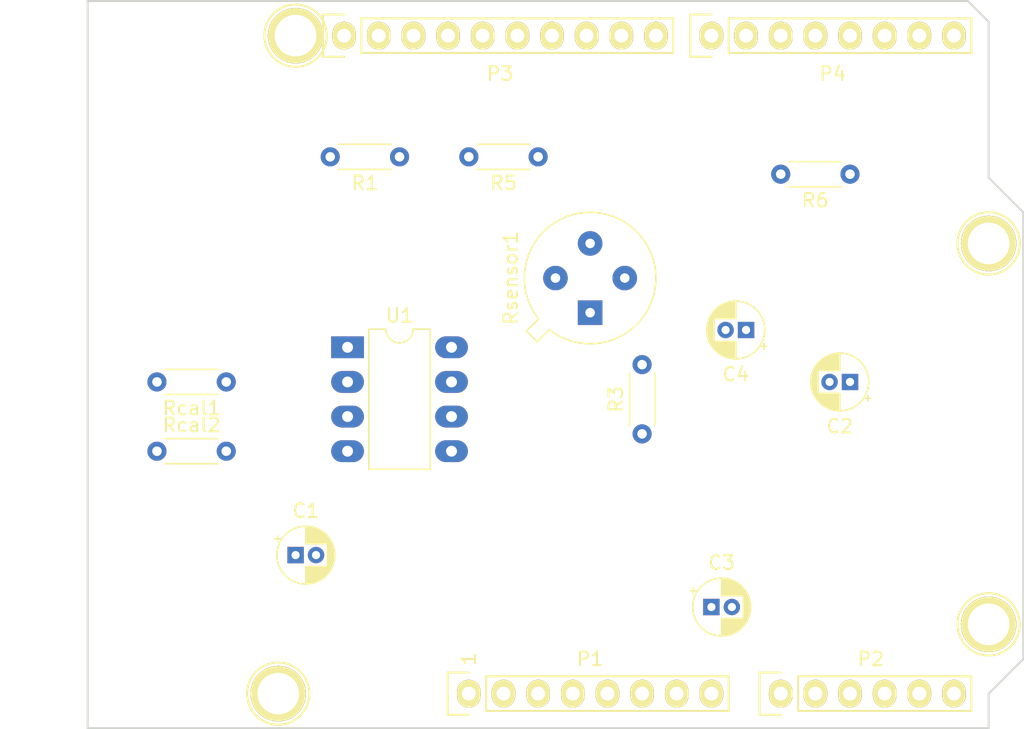
<source format=kicad_pcb>
(kicad_pcb (version 20171130) (host pcbnew "(5.0.0)")

  (general
    (thickness 1.6)
    (drawings 27)
    (tracks 0)
    (zones 0)
    (modules 20)
    (nets 43)
  )

  (page A4)
  (title_block
    (date "lun. 30 mars 2015")
  )

  (layers
    (0 F.Cu signal)
    (31 B.Cu signal)
    (32 B.Adhes user)
    (33 F.Adhes user)
    (34 B.Paste user)
    (35 F.Paste user)
    (36 B.SilkS user)
    (37 F.SilkS user)
    (38 B.Mask user)
    (39 F.Mask user)
    (40 Dwgs.User user)
    (41 Cmts.User user)
    (42 Eco1.User user)
    (43 Eco2.User user)
    (44 Edge.Cuts user)
    (45 Margin user)
    (46 B.CrtYd user)
    (47 F.CrtYd user)
    (48 B.Fab user)
    (49 F.Fab user)
  )

  (setup
    (last_trace_width 0.25)
    (trace_clearance 0.2)
    (zone_clearance 0.508)
    (zone_45_only no)
    (trace_min 0.2)
    (segment_width 0.15)
    (edge_width 0.15)
    (via_size 0.6)
    (via_drill 0.4)
    (via_min_size 0.4)
    (via_min_drill 0.3)
    (uvia_size 0.3)
    (uvia_drill 0.1)
    (uvias_allowed no)
    (uvia_min_size 0.2)
    (uvia_min_drill 0.1)
    (pcb_text_width 0.3)
    (pcb_text_size 1.5 1.5)
    (mod_edge_width 0.15)
    (mod_text_size 1 1)
    (mod_text_width 0.15)
    (pad_size 4.064 4.064)
    (pad_drill 3.048)
    (pad_to_mask_clearance 0)
    (aux_axis_origin 110.998 126.365)
    (grid_origin 110.998 126.365)
    (visible_elements 7FFFFFFF)
    (pcbplotparams
      (layerselection 0x00030_80000001)
      (usegerberextensions false)
      (usegerberattributes false)
      (usegerberadvancedattributes false)
      (creategerberjobfile false)
      (excludeedgelayer true)
      (linewidth 0.100000)
      (plotframeref false)
      (viasonmask false)
      (mode 1)
      (useauxorigin false)
      (hpglpennumber 1)
      (hpglpenspeed 20)
      (hpglpendiameter 15.000000)
      (psnegative false)
      (psa4output false)
      (plotreference true)
      (plotvalue true)
      (plotinvisibletext false)
      (padsonsilk false)
      (subtractmaskfromsilk false)
      (outputformat 1)
      (mirror false)
      (drillshape 1)
      (scaleselection 1)
      (outputdirectory ""))
  )

  (net 0 "")
  (net 1 /IOREF)
  (net 2 /Reset)
  (net 3 +5V)
  (net 4 GND)
  (net 5 /Vin)
  (net 6 /A0)
  (net 7 /A1)
  (net 8 /A2)
  (net 9 /A3)
  (net 10 /AREF)
  (net 11 "/A4(SDA)")
  (net 12 "/A5(SCL)")
  (net 13 "/9(**)")
  (net 14 /8)
  (net 15 /7)
  (net 16 "/6(**)")
  (net 17 "/5(**)")
  (net 18 /4)
  (net 19 "/3(**)")
  (net 20 /2)
  (net 21 "/1(Tx)")
  (net 22 "/0(Rx)")
  (net 23 "Net-(P5-Pad1)")
  (net 24 "Net-(P6-Pad1)")
  (net 25 "Net-(P7-Pad1)")
  (net 26 "Net-(P8-Pad1)")
  (net 27 "/13(SCK)")
  (net 28 "/10(**/SS)")
  (net 29 "Net-(P1-Pad1)")
  (net 30 +3V3)
  (net 31 "/12(MISO)")
  (net 32 "/11(**/MOSI)")
  (net 33 "Net-(C1-Pad1)")
  (net 34 "Net-(C4-Pad2)")
  (net 35 "Net-(C4-Pad1)")
  (net 36 "Net-(R5-Pad1)")
  (net 37 "Net-(Rcal1-Pad2)")
  (net 38 "Net-(U1-Pad1)")
  (net 39 "Net-(U1-Pad5)")
  (net 40 "Net-(U1-Pad8)")
  (net 41 "Net-(P2-Pad5)")
  (net 42 "Net-(P2-Pad6)")

  (net_class Default "This is the default net class."
    (clearance 0.2)
    (trace_width 0.25)
    (via_dia 0.6)
    (via_drill 0.4)
    (uvia_dia 0.3)
    (uvia_drill 0.1)
    (add_net +3V3)
    (add_net +5V)
    (add_net "/0(Rx)")
    (add_net "/1(Tx)")
    (add_net "/10(**/SS)")
    (add_net "/11(**/MOSI)")
    (add_net "/12(MISO)")
    (add_net "/13(SCK)")
    (add_net /2)
    (add_net "/3(**)")
    (add_net /4)
    (add_net "/5(**)")
    (add_net "/6(**)")
    (add_net /7)
    (add_net /8)
    (add_net "/9(**)")
    (add_net /A0)
    (add_net /A1)
    (add_net /A2)
    (add_net /A3)
    (add_net "/A4(SDA)")
    (add_net "/A5(SCL)")
    (add_net /AREF)
    (add_net /IOREF)
    (add_net /Reset)
    (add_net /Vin)
    (add_net GND)
    (add_net "Net-(C1-Pad1)")
    (add_net "Net-(C4-Pad1)")
    (add_net "Net-(C4-Pad2)")
    (add_net "Net-(P1-Pad1)")
    (add_net "Net-(P2-Pad5)")
    (add_net "Net-(P2-Pad6)")
    (add_net "Net-(P5-Pad1)")
    (add_net "Net-(P6-Pad1)")
    (add_net "Net-(P7-Pad1)")
    (add_net "Net-(P8-Pad1)")
    (add_net "Net-(R5-Pad1)")
    (add_net "Net-(Rcal1-Pad2)")
    (add_net "Net-(U1-Pad1)")
    (add_net "Net-(U1-Pad5)")
    (add_net "Net-(U1-Pad8)")
  )

  (module Socket_Arduino_Uno:Socket_Strip_Arduino_1x08 locked (layer F.Cu) (tedit 552168D2) (tstamp 551AF9EA)
    (at 138.938 123.825)
    (descr "Through hole socket strip")
    (tags "socket strip")
    (path /56D70129)
    (fp_text reference P1 (at 8.89 -2.54) (layer F.SilkS)
      (effects (font (size 1 1) (thickness 0.15)))
    )
    (fp_text value Power (at 8.89 -4.064) (layer F.Fab)
      (effects (font (size 1 1) (thickness 0.15)))
    )
    (fp_line (start -1.75 -1.75) (end -1.75 1.75) (layer F.CrtYd) (width 0.05))
    (fp_line (start 19.55 -1.75) (end 19.55 1.75) (layer F.CrtYd) (width 0.05))
    (fp_line (start -1.75 -1.75) (end 19.55 -1.75) (layer F.CrtYd) (width 0.05))
    (fp_line (start -1.75 1.75) (end 19.55 1.75) (layer F.CrtYd) (width 0.05))
    (fp_line (start 1.27 1.27) (end 19.05 1.27) (layer F.SilkS) (width 0.15))
    (fp_line (start 19.05 1.27) (end 19.05 -1.27) (layer F.SilkS) (width 0.15))
    (fp_line (start 19.05 -1.27) (end 1.27 -1.27) (layer F.SilkS) (width 0.15))
    (fp_line (start -1.55 1.55) (end 0 1.55) (layer F.SilkS) (width 0.15))
    (fp_line (start 1.27 1.27) (end 1.27 -1.27) (layer F.SilkS) (width 0.15))
    (fp_line (start 0 -1.55) (end -1.55 -1.55) (layer F.SilkS) (width 0.15))
    (fp_line (start -1.55 -1.55) (end -1.55 1.55) (layer F.SilkS) (width 0.15))
    (pad 1 thru_hole oval (at 0 0) (size 1.7272 2.032) (drill 1.016) (layers *.Cu *.Mask F.SilkS)
      (net 29 "Net-(P1-Pad1)"))
    (pad 2 thru_hole oval (at 2.54 0) (size 1.7272 2.032) (drill 1.016) (layers *.Cu *.Mask F.SilkS)
      (net 1 /IOREF))
    (pad 3 thru_hole oval (at 5.08 0) (size 1.7272 2.032) (drill 1.016) (layers *.Cu *.Mask F.SilkS)
      (net 2 /Reset))
    (pad 4 thru_hole oval (at 7.62 0) (size 1.7272 2.032) (drill 1.016) (layers *.Cu *.Mask F.SilkS)
      (net 30 +3V3))
    (pad 5 thru_hole oval (at 10.16 0) (size 1.7272 2.032) (drill 1.016) (layers *.Cu *.Mask F.SilkS)
      (net 3 +5V))
    (pad 6 thru_hole oval (at 12.7 0) (size 1.7272 2.032) (drill 1.016) (layers *.Cu *.Mask F.SilkS)
      (net 4 GND))
    (pad 7 thru_hole oval (at 15.24 0) (size 1.7272 2.032) (drill 1.016) (layers *.Cu *.Mask F.SilkS)
      (net 4 GND))
    (pad 8 thru_hole oval (at 17.78 0) (size 1.7272 2.032) (drill 1.016) (layers *.Cu *.Mask F.SilkS)
      (net 5 /Vin))
    (model ${KIPRJMOD}/Socket_Arduino_Uno.3dshapes/Socket_header_Arduino_1x08.wrl
      (offset (xyz 8.889999866485596 0 0))
      (scale (xyz 1 1 1))
      (rotate (xyz 0 0 180))
    )
  )

  (module Socket_Arduino_Uno:Socket_Strip_Arduino_1x06 locked (layer F.Cu) (tedit 552168D6) (tstamp 551AF9FF)
    (at 161.798 123.825)
    (descr "Through hole socket strip")
    (tags "socket strip")
    (path /56D70DD8)
    (fp_text reference P2 (at 6.604 -2.54) (layer F.SilkS)
      (effects (font (size 1 1) (thickness 0.15)))
    )
    (fp_text value Analog (at 6.604 -4.064) (layer F.Fab)
      (effects (font (size 1 1) (thickness 0.15)))
    )
    (fp_line (start -1.75 -1.75) (end -1.75 1.75) (layer F.CrtYd) (width 0.05))
    (fp_line (start 14.45 -1.75) (end 14.45 1.75) (layer F.CrtYd) (width 0.05))
    (fp_line (start -1.75 -1.75) (end 14.45 -1.75) (layer F.CrtYd) (width 0.05))
    (fp_line (start -1.75 1.75) (end 14.45 1.75) (layer F.CrtYd) (width 0.05))
    (fp_line (start 1.27 1.27) (end 13.97 1.27) (layer F.SilkS) (width 0.15))
    (fp_line (start 13.97 1.27) (end 13.97 -1.27) (layer F.SilkS) (width 0.15))
    (fp_line (start 13.97 -1.27) (end 1.27 -1.27) (layer F.SilkS) (width 0.15))
    (fp_line (start -1.55 1.55) (end 0 1.55) (layer F.SilkS) (width 0.15))
    (fp_line (start 1.27 1.27) (end 1.27 -1.27) (layer F.SilkS) (width 0.15))
    (fp_line (start 0 -1.55) (end -1.55 -1.55) (layer F.SilkS) (width 0.15))
    (fp_line (start -1.55 -1.55) (end -1.55 1.55) (layer F.SilkS) (width 0.15))
    (pad 1 thru_hole oval (at 0 0) (size 1.7272 2.032) (drill 1.016) (layers *.Cu *.Mask F.SilkS)
      (net 6 /A0))
    (pad 2 thru_hole oval (at 2.54 0) (size 1.7272 2.032) (drill 1.016) (layers *.Cu *.Mask F.SilkS)
      (net 7 /A1))
    (pad 3 thru_hole oval (at 5.08 0) (size 1.7272 2.032) (drill 1.016) (layers *.Cu *.Mask F.SilkS)
      (net 8 /A2))
    (pad 4 thru_hole oval (at 7.62 0) (size 1.7272 2.032) (drill 1.016) (layers *.Cu *.Mask F.SilkS)
      (net 9 /A3))
    (pad 5 thru_hole oval (at 10.16 0) (size 1.7272 2.032) (drill 1.016) (layers *.Cu *.Mask F.SilkS)
      (net 41 "Net-(P2-Pad5)"))
    (pad 6 thru_hole oval (at 12.7 0) (size 1.7272 2.032) (drill 1.016) (layers *.Cu *.Mask F.SilkS)
      (net 42 "Net-(P2-Pad6)"))
    (model ${KIPRJMOD}/Socket_Arduino_Uno.3dshapes/Socket_header_Arduino_1x06.wrl
      (offset (xyz 6.349999904632568 0 0))
      (scale (xyz 1 1 1))
      (rotate (xyz 0 0 180))
    )
  )

  (module Socket_Arduino_Uno:Socket_Strip_Arduino_1x10 locked (layer F.Cu) (tedit 552168BF) (tstamp 551AFA18)
    (at 129.794 75.565)
    (descr "Through hole socket strip")
    (tags "socket strip")
    (path /56D721E0)
    (fp_text reference P3 (at 11.43 2.794) (layer F.SilkS)
      (effects (font (size 1 1) (thickness 0.15)))
    )
    (fp_text value Digital (at 11.43 4.318) (layer F.Fab)
      (effects (font (size 1 1) (thickness 0.15)))
    )
    (fp_line (start -1.75 -1.75) (end -1.75 1.75) (layer F.CrtYd) (width 0.05))
    (fp_line (start 24.65 -1.75) (end 24.65 1.75) (layer F.CrtYd) (width 0.05))
    (fp_line (start -1.75 -1.75) (end 24.65 -1.75) (layer F.CrtYd) (width 0.05))
    (fp_line (start -1.75 1.75) (end 24.65 1.75) (layer F.CrtYd) (width 0.05))
    (fp_line (start 1.27 1.27) (end 24.13 1.27) (layer F.SilkS) (width 0.15))
    (fp_line (start 24.13 1.27) (end 24.13 -1.27) (layer F.SilkS) (width 0.15))
    (fp_line (start 24.13 -1.27) (end 1.27 -1.27) (layer F.SilkS) (width 0.15))
    (fp_line (start -1.55 1.55) (end 0 1.55) (layer F.SilkS) (width 0.15))
    (fp_line (start 1.27 1.27) (end 1.27 -1.27) (layer F.SilkS) (width 0.15))
    (fp_line (start 0 -1.55) (end -1.55 -1.55) (layer F.SilkS) (width 0.15))
    (fp_line (start -1.55 -1.55) (end -1.55 1.55) (layer F.SilkS) (width 0.15))
    (pad 1 thru_hole oval (at 0 0) (size 1.7272 2.032) (drill 1.016) (layers *.Cu *.Mask F.SilkS)
      (net 12 "/A5(SCL)"))
    (pad 2 thru_hole oval (at 2.54 0) (size 1.7272 2.032) (drill 1.016) (layers *.Cu *.Mask F.SilkS)
      (net 11 "/A4(SDA)"))
    (pad 3 thru_hole oval (at 5.08 0) (size 1.7272 2.032) (drill 1.016) (layers *.Cu *.Mask F.SilkS)
      (net 10 /AREF))
    (pad 4 thru_hole oval (at 7.62 0) (size 1.7272 2.032) (drill 1.016) (layers *.Cu *.Mask F.SilkS)
      (net 4 GND))
    (pad 5 thru_hole oval (at 10.16 0) (size 1.7272 2.032) (drill 1.016) (layers *.Cu *.Mask F.SilkS)
      (net 27 "/13(SCK)"))
    (pad 6 thru_hole oval (at 12.7 0) (size 1.7272 2.032) (drill 1.016) (layers *.Cu *.Mask F.SilkS)
      (net 31 "/12(MISO)"))
    (pad 7 thru_hole oval (at 15.24 0) (size 1.7272 2.032) (drill 1.016) (layers *.Cu *.Mask F.SilkS)
      (net 32 "/11(**/MOSI)"))
    (pad 8 thru_hole oval (at 17.78 0) (size 1.7272 2.032) (drill 1.016) (layers *.Cu *.Mask F.SilkS)
      (net 28 "/10(**/SS)"))
    (pad 9 thru_hole oval (at 20.32 0) (size 1.7272 2.032) (drill 1.016) (layers *.Cu *.Mask F.SilkS)
      (net 13 "/9(**)"))
    (pad 10 thru_hole oval (at 22.86 0) (size 1.7272 2.032) (drill 1.016) (layers *.Cu *.Mask F.SilkS)
      (net 14 /8))
    (model ${KIPRJMOD}/Socket_Arduino_Uno.3dshapes/Socket_header_Arduino_1x10.wrl
      (offset (xyz 11.42999982833862 0 0))
      (scale (xyz 1 1 1))
      (rotate (xyz 0 0 180))
    )
  )

  (module Socket_Arduino_Uno:Socket_Strip_Arduino_1x08 locked (layer F.Cu) (tedit 552168C7) (tstamp 551AFA2F)
    (at 156.718 75.565)
    (descr "Through hole socket strip")
    (tags "socket strip")
    (path /56D7164F)
    (fp_text reference P4 (at 8.89 2.794) (layer F.SilkS)
      (effects (font (size 1 1) (thickness 0.15)))
    )
    (fp_text value Digital (at 8.89 4.318) (layer F.Fab)
      (effects (font (size 1 1) (thickness 0.15)))
    )
    (fp_line (start -1.75 -1.75) (end -1.75 1.75) (layer F.CrtYd) (width 0.05))
    (fp_line (start 19.55 -1.75) (end 19.55 1.75) (layer F.CrtYd) (width 0.05))
    (fp_line (start -1.75 -1.75) (end 19.55 -1.75) (layer F.CrtYd) (width 0.05))
    (fp_line (start -1.75 1.75) (end 19.55 1.75) (layer F.CrtYd) (width 0.05))
    (fp_line (start 1.27 1.27) (end 19.05 1.27) (layer F.SilkS) (width 0.15))
    (fp_line (start 19.05 1.27) (end 19.05 -1.27) (layer F.SilkS) (width 0.15))
    (fp_line (start 19.05 -1.27) (end 1.27 -1.27) (layer F.SilkS) (width 0.15))
    (fp_line (start -1.55 1.55) (end 0 1.55) (layer F.SilkS) (width 0.15))
    (fp_line (start 1.27 1.27) (end 1.27 -1.27) (layer F.SilkS) (width 0.15))
    (fp_line (start 0 -1.55) (end -1.55 -1.55) (layer F.SilkS) (width 0.15))
    (fp_line (start -1.55 -1.55) (end -1.55 1.55) (layer F.SilkS) (width 0.15))
    (pad 1 thru_hole oval (at 0 0) (size 1.7272 2.032) (drill 1.016) (layers *.Cu *.Mask F.SilkS)
      (net 15 /7))
    (pad 2 thru_hole oval (at 2.54 0) (size 1.7272 2.032) (drill 1.016) (layers *.Cu *.Mask F.SilkS)
      (net 16 "/6(**)"))
    (pad 3 thru_hole oval (at 5.08 0) (size 1.7272 2.032) (drill 1.016) (layers *.Cu *.Mask F.SilkS)
      (net 17 "/5(**)"))
    (pad 4 thru_hole oval (at 7.62 0) (size 1.7272 2.032) (drill 1.016) (layers *.Cu *.Mask F.SilkS)
      (net 18 /4))
    (pad 5 thru_hole oval (at 10.16 0) (size 1.7272 2.032) (drill 1.016) (layers *.Cu *.Mask F.SilkS)
      (net 19 "/3(**)"))
    (pad 6 thru_hole oval (at 12.7 0) (size 1.7272 2.032) (drill 1.016) (layers *.Cu *.Mask F.SilkS)
      (net 20 /2))
    (pad 7 thru_hole oval (at 15.24 0) (size 1.7272 2.032) (drill 1.016) (layers *.Cu *.Mask F.SilkS)
      (net 21 "/1(Tx)"))
    (pad 8 thru_hole oval (at 17.78 0) (size 1.7272 2.032) (drill 1.016) (layers *.Cu *.Mask F.SilkS)
      (net 22 "/0(Rx)"))
    (model ${KIPRJMOD}/Socket_Arduino_Uno.3dshapes/Socket_header_Arduino_1x08.wrl
      (offset (xyz 8.889999866485596 0 0))
      (scale (xyz 1 1 1))
      (rotate (xyz 0 0 180))
    )
  )

  (module Socket_Arduino_Uno:Arduino_1pin locked (layer F.Cu) (tedit 5524FC39) (tstamp 5524FC3F)
    (at 124.968 123.825)
    (descr "module 1 pin (ou trou mecanique de percage)")
    (tags DEV)
    (path /56D71177)
    (fp_text reference P5 (at 0 -3.048) (layer F.SilkS) hide
      (effects (font (size 1 1) (thickness 0.15)))
    )
    (fp_text value CONN_01X01 (at 0 2.794) (layer F.Fab) hide
      (effects (font (size 1 1) (thickness 0.15)))
    )
    (fp_circle (center 0 0) (end 0 -2.286) (layer F.SilkS) (width 0.15))
    (pad 1 thru_hole circle (at 0 0) (size 4.064 4.064) (drill 3.048) (layers *.Cu *.Mask F.SilkS)
      (net 23 "Net-(P5-Pad1)"))
  )

  (module Socket_Arduino_Uno:Arduino_1pin locked (layer F.Cu) (tedit 5524FC4A) (tstamp 5524FC44)
    (at 177.038 118.745)
    (descr "module 1 pin (ou trou mecanique de percage)")
    (tags DEV)
    (path /56D71274)
    (fp_text reference P6 (at 0 -3.048) (layer F.SilkS) hide
      (effects (font (size 1 1) (thickness 0.15)))
    )
    (fp_text value CONN_01X01 (at 0 2.794) (layer F.Fab) hide
      (effects (font (size 1 1) (thickness 0.15)))
    )
    (fp_circle (center 0 0) (end 0 -2.286) (layer F.SilkS) (width 0.15))
    (pad 1 thru_hole circle (at 0 0) (size 4.064 4.064) (drill 3.048) (layers *.Cu *.Mask F.SilkS)
      (net 24 "Net-(P6-Pad1)"))
  )

  (module Socket_Arduino_Uno:Arduino_1pin locked (layer F.Cu) (tedit 5524FC2F) (tstamp 5524FC49)
    (at 126.238 75.565)
    (descr "module 1 pin (ou trou mecanique de percage)")
    (tags DEV)
    (path /56D712A8)
    (fp_text reference P7 (at 0 -3.048) (layer F.SilkS) hide
      (effects (font (size 1 1) (thickness 0.15)))
    )
    (fp_text value CONN_01X01 (at 0 2.794) (layer F.Fab) hide
      (effects (font (size 1 1) (thickness 0.15)))
    )
    (fp_circle (center 0 0) (end 0 -2.286) (layer F.SilkS) (width 0.15))
    (pad 1 thru_hole circle (at 0 0) (size 4.064 4.064) (drill 3.048) (layers *.Cu *.Mask F.SilkS)
      (net 25 "Net-(P7-Pad1)"))
  )

  (module Socket_Arduino_Uno:Arduino_1pin locked (layer F.Cu) (tedit 5524FC41) (tstamp 5524FC4E)
    (at 177.038 90.805)
    (descr "module 1 pin (ou trou mecanique de percage)")
    (tags DEV)
    (path /56D712DB)
    (fp_text reference P8 (at 0 -3.048) (layer F.SilkS) hide
      (effects (font (size 1 1) (thickness 0.15)))
    )
    (fp_text value CONN_01X01 (at 0 2.794) (layer F.Fab) hide
      (effects (font (size 1 1) (thickness 0.15)))
    )
    (fp_circle (center 0 0) (end 0 -2.286) (layer F.SilkS) (width 0.15))
    (pad 1 thru_hole circle (at 0 0) (size 4.064 4.064) (drill 3.048) (layers *.Cu *.Mask F.SilkS)
      (net 26 "Net-(P8-Pad1)"))
  )

  (module Capacitor_THT:CP_Radial_D4.0mm_P1.50mm (layer F.Cu) (tedit 5AE50EF0) (tstamp 5BE617B8)
    (at 126.238 113.665)
    (descr "CP, Radial series, Radial, pin pitch=1.50mm, , diameter=4mm, Electrolytic Capacitor")
    (tags "CP Radial series Radial pin pitch 1.50mm  diameter 4mm Electrolytic Capacitor")
    (path /5BD9CD7F)
    (fp_text reference C1 (at 0.75 -3.25) (layer F.SilkS)
      (effects (font (size 1 1) (thickness 0.15)))
    )
    (fp_text value 100n (at 0.75 3.25) (layer F.Fab)
      (effects (font (size 1 1) (thickness 0.15)))
    )
    (fp_circle (center 0.75 0) (end 2.75 0) (layer F.Fab) (width 0.1))
    (fp_circle (center 0.75 0) (end 2.87 0) (layer F.SilkS) (width 0.12))
    (fp_circle (center 0.75 0) (end 3 0) (layer F.CrtYd) (width 0.05))
    (fp_line (start -0.952554 -0.8675) (end -0.552554 -0.8675) (layer F.Fab) (width 0.1))
    (fp_line (start -0.752554 -1.0675) (end -0.752554 -0.6675) (layer F.Fab) (width 0.1))
    (fp_line (start 0.75 0.84) (end 0.75 2.08) (layer F.SilkS) (width 0.12))
    (fp_line (start 0.75 -2.08) (end 0.75 -0.84) (layer F.SilkS) (width 0.12))
    (fp_line (start 0.79 0.84) (end 0.79 2.08) (layer F.SilkS) (width 0.12))
    (fp_line (start 0.79 -2.08) (end 0.79 -0.84) (layer F.SilkS) (width 0.12))
    (fp_line (start 0.83 0.84) (end 0.83 2.079) (layer F.SilkS) (width 0.12))
    (fp_line (start 0.83 -2.079) (end 0.83 -0.84) (layer F.SilkS) (width 0.12))
    (fp_line (start 0.87 -2.077) (end 0.87 -0.84) (layer F.SilkS) (width 0.12))
    (fp_line (start 0.87 0.84) (end 0.87 2.077) (layer F.SilkS) (width 0.12))
    (fp_line (start 0.91 -2.074) (end 0.91 -0.84) (layer F.SilkS) (width 0.12))
    (fp_line (start 0.91 0.84) (end 0.91 2.074) (layer F.SilkS) (width 0.12))
    (fp_line (start 0.95 -2.071) (end 0.95 -0.84) (layer F.SilkS) (width 0.12))
    (fp_line (start 0.95 0.84) (end 0.95 2.071) (layer F.SilkS) (width 0.12))
    (fp_line (start 0.99 -2.067) (end 0.99 -0.84) (layer F.SilkS) (width 0.12))
    (fp_line (start 0.99 0.84) (end 0.99 2.067) (layer F.SilkS) (width 0.12))
    (fp_line (start 1.03 -2.062) (end 1.03 -0.84) (layer F.SilkS) (width 0.12))
    (fp_line (start 1.03 0.84) (end 1.03 2.062) (layer F.SilkS) (width 0.12))
    (fp_line (start 1.07 -2.056) (end 1.07 -0.84) (layer F.SilkS) (width 0.12))
    (fp_line (start 1.07 0.84) (end 1.07 2.056) (layer F.SilkS) (width 0.12))
    (fp_line (start 1.11 -2.05) (end 1.11 -0.84) (layer F.SilkS) (width 0.12))
    (fp_line (start 1.11 0.84) (end 1.11 2.05) (layer F.SilkS) (width 0.12))
    (fp_line (start 1.15 -2.042) (end 1.15 -0.84) (layer F.SilkS) (width 0.12))
    (fp_line (start 1.15 0.84) (end 1.15 2.042) (layer F.SilkS) (width 0.12))
    (fp_line (start 1.19 -2.034) (end 1.19 -0.84) (layer F.SilkS) (width 0.12))
    (fp_line (start 1.19 0.84) (end 1.19 2.034) (layer F.SilkS) (width 0.12))
    (fp_line (start 1.23 -2.025) (end 1.23 -0.84) (layer F.SilkS) (width 0.12))
    (fp_line (start 1.23 0.84) (end 1.23 2.025) (layer F.SilkS) (width 0.12))
    (fp_line (start 1.27 -2.016) (end 1.27 -0.84) (layer F.SilkS) (width 0.12))
    (fp_line (start 1.27 0.84) (end 1.27 2.016) (layer F.SilkS) (width 0.12))
    (fp_line (start 1.31 -2.005) (end 1.31 -0.84) (layer F.SilkS) (width 0.12))
    (fp_line (start 1.31 0.84) (end 1.31 2.005) (layer F.SilkS) (width 0.12))
    (fp_line (start 1.35 -1.994) (end 1.35 -0.84) (layer F.SilkS) (width 0.12))
    (fp_line (start 1.35 0.84) (end 1.35 1.994) (layer F.SilkS) (width 0.12))
    (fp_line (start 1.39 -1.982) (end 1.39 -0.84) (layer F.SilkS) (width 0.12))
    (fp_line (start 1.39 0.84) (end 1.39 1.982) (layer F.SilkS) (width 0.12))
    (fp_line (start 1.43 -1.968) (end 1.43 -0.84) (layer F.SilkS) (width 0.12))
    (fp_line (start 1.43 0.84) (end 1.43 1.968) (layer F.SilkS) (width 0.12))
    (fp_line (start 1.471 -1.954) (end 1.471 -0.84) (layer F.SilkS) (width 0.12))
    (fp_line (start 1.471 0.84) (end 1.471 1.954) (layer F.SilkS) (width 0.12))
    (fp_line (start 1.511 -1.94) (end 1.511 -0.84) (layer F.SilkS) (width 0.12))
    (fp_line (start 1.511 0.84) (end 1.511 1.94) (layer F.SilkS) (width 0.12))
    (fp_line (start 1.551 -1.924) (end 1.551 -0.84) (layer F.SilkS) (width 0.12))
    (fp_line (start 1.551 0.84) (end 1.551 1.924) (layer F.SilkS) (width 0.12))
    (fp_line (start 1.591 -1.907) (end 1.591 -0.84) (layer F.SilkS) (width 0.12))
    (fp_line (start 1.591 0.84) (end 1.591 1.907) (layer F.SilkS) (width 0.12))
    (fp_line (start 1.631 -1.889) (end 1.631 -0.84) (layer F.SilkS) (width 0.12))
    (fp_line (start 1.631 0.84) (end 1.631 1.889) (layer F.SilkS) (width 0.12))
    (fp_line (start 1.671 -1.87) (end 1.671 -0.84) (layer F.SilkS) (width 0.12))
    (fp_line (start 1.671 0.84) (end 1.671 1.87) (layer F.SilkS) (width 0.12))
    (fp_line (start 1.711 -1.851) (end 1.711 -0.84) (layer F.SilkS) (width 0.12))
    (fp_line (start 1.711 0.84) (end 1.711 1.851) (layer F.SilkS) (width 0.12))
    (fp_line (start 1.751 -1.83) (end 1.751 -0.84) (layer F.SilkS) (width 0.12))
    (fp_line (start 1.751 0.84) (end 1.751 1.83) (layer F.SilkS) (width 0.12))
    (fp_line (start 1.791 -1.808) (end 1.791 -0.84) (layer F.SilkS) (width 0.12))
    (fp_line (start 1.791 0.84) (end 1.791 1.808) (layer F.SilkS) (width 0.12))
    (fp_line (start 1.831 -1.785) (end 1.831 -0.84) (layer F.SilkS) (width 0.12))
    (fp_line (start 1.831 0.84) (end 1.831 1.785) (layer F.SilkS) (width 0.12))
    (fp_line (start 1.871 -1.76) (end 1.871 -0.84) (layer F.SilkS) (width 0.12))
    (fp_line (start 1.871 0.84) (end 1.871 1.76) (layer F.SilkS) (width 0.12))
    (fp_line (start 1.911 -1.735) (end 1.911 -0.84) (layer F.SilkS) (width 0.12))
    (fp_line (start 1.911 0.84) (end 1.911 1.735) (layer F.SilkS) (width 0.12))
    (fp_line (start 1.951 -1.708) (end 1.951 -0.84) (layer F.SilkS) (width 0.12))
    (fp_line (start 1.951 0.84) (end 1.951 1.708) (layer F.SilkS) (width 0.12))
    (fp_line (start 1.991 -1.68) (end 1.991 -0.84) (layer F.SilkS) (width 0.12))
    (fp_line (start 1.991 0.84) (end 1.991 1.68) (layer F.SilkS) (width 0.12))
    (fp_line (start 2.031 -1.65) (end 2.031 -0.84) (layer F.SilkS) (width 0.12))
    (fp_line (start 2.031 0.84) (end 2.031 1.65) (layer F.SilkS) (width 0.12))
    (fp_line (start 2.071 -1.619) (end 2.071 -0.84) (layer F.SilkS) (width 0.12))
    (fp_line (start 2.071 0.84) (end 2.071 1.619) (layer F.SilkS) (width 0.12))
    (fp_line (start 2.111 -1.587) (end 2.111 -0.84) (layer F.SilkS) (width 0.12))
    (fp_line (start 2.111 0.84) (end 2.111 1.587) (layer F.SilkS) (width 0.12))
    (fp_line (start 2.151 -1.552) (end 2.151 -0.84) (layer F.SilkS) (width 0.12))
    (fp_line (start 2.151 0.84) (end 2.151 1.552) (layer F.SilkS) (width 0.12))
    (fp_line (start 2.191 -1.516) (end 2.191 -0.84) (layer F.SilkS) (width 0.12))
    (fp_line (start 2.191 0.84) (end 2.191 1.516) (layer F.SilkS) (width 0.12))
    (fp_line (start 2.231 -1.478) (end 2.231 -0.84) (layer F.SilkS) (width 0.12))
    (fp_line (start 2.231 0.84) (end 2.231 1.478) (layer F.SilkS) (width 0.12))
    (fp_line (start 2.271 -1.438) (end 2.271 -0.84) (layer F.SilkS) (width 0.12))
    (fp_line (start 2.271 0.84) (end 2.271 1.438) (layer F.SilkS) (width 0.12))
    (fp_line (start 2.311 -1.396) (end 2.311 -0.84) (layer F.SilkS) (width 0.12))
    (fp_line (start 2.311 0.84) (end 2.311 1.396) (layer F.SilkS) (width 0.12))
    (fp_line (start 2.351 -1.351) (end 2.351 1.351) (layer F.SilkS) (width 0.12))
    (fp_line (start 2.391 -1.304) (end 2.391 1.304) (layer F.SilkS) (width 0.12))
    (fp_line (start 2.431 -1.254) (end 2.431 1.254) (layer F.SilkS) (width 0.12))
    (fp_line (start 2.471 -1.2) (end 2.471 1.2) (layer F.SilkS) (width 0.12))
    (fp_line (start 2.511 -1.142) (end 2.511 1.142) (layer F.SilkS) (width 0.12))
    (fp_line (start 2.551 -1.08) (end 2.551 1.08) (layer F.SilkS) (width 0.12))
    (fp_line (start 2.591 -1.013) (end 2.591 1.013) (layer F.SilkS) (width 0.12))
    (fp_line (start 2.631 -0.94) (end 2.631 0.94) (layer F.SilkS) (width 0.12))
    (fp_line (start 2.671 -0.859) (end 2.671 0.859) (layer F.SilkS) (width 0.12))
    (fp_line (start 2.711 -0.768) (end 2.711 0.768) (layer F.SilkS) (width 0.12))
    (fp_line (start 2.751 -0.664) (end 2.751 0.664) (layer F.SilkS) (width 0.12))
    (fp_line (start 2.791 -0.537) (end 2.791 0.537) (layer F.SilkS) (width 0.12))
    (fp_line (start 2.831 -0.37) (end 2.831 0.37) (layer F.SilkS) (width 0.12))
    (fp_line (start -1.519801 -1.195) (end -1.119801 -1.195) (layer F.SilkS) (width 0.12))
    (fp_line (start -1.319801 -1.395) (end -1.319801 -0.995) (layer F.SilkS) (width 0.12))
    (fp_text user %R (at 0.75 0) (layer F.Fab)
      (effects (font (size 0.8 0.8) (thickness 0.12)))
    )
    (pad 1 thru_hole rect (at 0 0) (size 1.2 1.2) (drill 0.6) (layers *.Cu *.Mask)
      (net 33 "Net-(C1-Pad1)"))
    (pad 2 thru_hole circle (at 1.5 0) (size 1.2 1.2) (drill 0.6) (layers *.Cu *.Mask)
      (net 4 GND))
    (model ${KISYS3DMOD}/Capacitor_THT.3dshapes/CP_Radial_D4.0mm_P1.50mm.wrl
      (at (xyz 0 0 0))
      (scale (xyz 1 1 1))
      (rotate (xyz 0 0 0))
    )
  )

  (module Capacitor_THT:CP_Radial_D4.0mm_P1.50mm (layer F.Cu) (tedit 5AE50EF0) (tstamp 5BE61823)
    (at 166.878 100.965 180)
    (descr "CP, Radial series, Radial, pin pitch=1.50mm, , diameter=4mm, Electrolytic Capacitor")
    (tags "CP Radial series Radial pin pitch 1.50mm  diameter 4mm Electrolytic Capacitor")
    (path /5BD9CE85)
    (fp_text reference C2 (at 0.75 -3.25 180) (layer F.SilkS)
      (effects (font (size 1 1) (thickness 0.15)))
    )
    (fp_text value 100n (at 0.75 3.25 180) (layer F.Fab)
      (effects (font (size 1 1) (thickness 0.15)))
    )
    (fp_circle (center 0.75 0) (end 2.75 0) (layer F.Fab) (width 0.1))
    (fp_circle (center 0.75 0) (end 2.87 0) (layer F.SilkS) (width 0.12))
    (fp_circle (center 0.75 0) (end 3 0) (layer F.CrtYd) (width 0.05))
    (fp_line (start -0.952554 -0.8675) (end -0.552554 -0.8675) (layer F.Fab) (width 0.1))
    (fp_line (start -0.752554 -1.0675) (end -0.752554 -0.6675) (layer F.Fab) (width 0.1))
    (fp_line (start 0.75 0.84) (end 0.75 2.08) (layer F.SilkS) (width 0.12))
    (fp_line (start 0.75 -2.08) (end 0.75 -0.84) (layer F.SilkS) (width 0.12))
    (fp_line (start 0.79 0.84) (end 0.79 2.08) (layer F.SilkS) (width 0.12))
    (fp_line (start 0.79 -2.08) (end 0.79 -0.84) (layer F.SilkS) (width 0.12))
    (fp_line (start 0.83 0.84) (end 0.83 2.079) (layer F.SilkS) (width 0.12))
    (fp_line (start 0.83 -2.079) (end 0.83 -0.84) (layer F.SilkS) (width 0.12))
    (fp_line (start 0.87 -2.077) (end 0.87 -0.84) (layer F.SilkS) (width 0.12))
    (fp_line (start 0.87 0.84) (end 0.87 2.077) (layer F.SilkS) (width 0.12))
    (fp_line (start 0.91 -2.074) (end 0.91 -0.84) (layer F.SilkS) (width 0.12))
    (fp_line (start 0.91 0.84) (end 0.91 2.074) (layer F.SilkS) (width 0.12))
    (fp_line (start 0.95 -2.071) (end 0.95 -0.84) (layer F.SilkS) (width 0.12))
    (fp_line (start 0.95 0.84) (end 0.95 2.071) (layer F.SilkS) (width 0.12))
    (fp_line (start 0.99 -2.067) (end 0.99 -0.84) (layer F.SilkS) (width 0.12))
    (fp_line (start 0.99 0.84) (end 0.99 2.067) (layer F.SilkS) (width 0.12))
    (fp_line (start 1.03 -2.062) (end 1.03 -0.84) (layer F.SilkS) (width 0.12))
    (fp_line (start 1.03 0.84) (end 1.03 2.062) (layer F.SilkS) (width 0.12))
    (fp_line (start 1.07 -2.056) (end 1.07 -0.84) (layer F.SilkS) (width 0.12))
    (fp_line (start 1.07 0.84) (end 1.07 2.056) (layer F.SilkS) (width 0.12))
    (fp_line (start 1.11 -2.05) (end 1.11 -0.84) (layer F.SilkS) (width 0.12))
    (fp_line (start 1.11 0.84) (end 1.11 2.05) (layer F.SilkS) (width 0.12))
    (fp_line (start 1.15 -2.042) (end 1.15 -0.84) (layer F.SilkS) (width 0.12))
    (fp_line (start 1.15 0.84) (end 1.15 2.042) (layer F.SilkS) (width 0.12))
    (fp_line (start 1.19 -2.034) (end 1.19 -0.84) (layer F.SilkS) (width 0.12))
    (fp_line (start 1.19 0.84) (end 1.19 2.034) (layer F.SilkS) (width 0.12))
    (fp_line (start 1.23 -2.025) (end 1.23 -0.84) (layer F.SilkS) (width 0.12))
    (fp_line (start 1.23 0.84) (end 1.23 2.025) (layer F.SilkS) (width 0.12))
    (fp_line (start 1.27 -2.016) (end 1.27 -0.84) (layer F.SilkS) (width 0.12))
    (fp_line (start 1.27 0.84) (end 1.27 2.016) (layer F.SilkS) (width 0.12))
    (fp_line (start 1.31 -2.005) (end 1.31 -0.84) (layer F.SilkS) (width 0.12))
    (fp_line (start 1.31 0.84) (end 1.31 2.005) (layer F.SilkS) (width 0.12))
    (fp_line (start 1.35 -1.994) (end 1.35 -0.84) (layer F.SilkS) (width 0.12))
    (fp_line (start 1.35 0.84) (end 1.35 1.994) (layer F.SilkS) (width 0.12))
    (fp_line (start 1.39 -1.982) (end 1.39 -0.84) (layer F.SilkS) (width 0.12))
    (fp_line (start 1.39 0.84) (end 1.39 1.982) (layer F.SilkS) (width 0.12))
    (fp_line (start 1.43 -1.968) (end 1.43 -0.84) (layer F.SilkS) (width 0.12))
    (fp_line (start 1.43 0.84) (end 1.43 1.968) (layer F.SilkS) (width 0.12))
    (fp_line (start 1.471 -1.954) (end 1.471 -0.84) (layer F.SilkS) (width 0.12))
    (fp_line (start 1.471 0.84) (end 1.471 1.954) (layer F.SilkS) (width 0.12))
    (fp_line (start 1.511 -1.94) (end 1.511 -0.84) (layer F.SilkS) (width 0.12))
    (fp_line (start 1.511 0.84) (end 1.511 1.94) (layer F.SilkS) (width 0.12))
    (fp_line (start 1.551 -1.924) (end 1.551 -0.84) (layer F.SilkS) (width 0.12))
    (fp_line (start 1.551 0.84) (end 1.551 1.924) (layer F.SilkS) (width 0.12))
    (fp_line (start 1.591 -1.907) (end 1.591 -0.84) (layer F.SilkS) (width 0.12))
    (fp_line (start 1.591 0.84) (end 1.591 1.907) (layer F.SilkS) (width 0.12))
    (fp_line (start 1.631 -1.889) (end 1.631 -0.84) (layer F.SilkS) (width 0.12))
    (fp_line (start 1.631 0.84) (end 1.631 1.889) (layer F.SilkS) (width 0.12))
    (fp_line (start 1.671 -1.87) (end 1.671 -0.84) (layer F.SilkS) (width 0.12))
    (fp_line (start 1.671 0.84) (end 1.671 1.87) (layer F.SilkS) (width 0.12))
    (fp_line (start 1.711 -1.851) (end 1.711 -0.84) (layer F.SilkS) (width 0.12))
    (fp_line (start 1.711 0.84) (end 1.711 1.851) (layer F.SilkS) (width 0.12))
    (fp_line (start 1.751 -1.83) (end 1.751 -0.84) (layer F.SilkS) (width 0.12))
    (fp_line (start 1.751 0.84) (end 1.751 1.83) (layer F.SilkS) (width 0.12))
    (fp_line (start 1.791 -1.808) (end 1.791 -0.84) (layer F.SilkS) (width 0.12))
    (fp_line (start 1.791 0.84) (end 1.791 1.808) (layer F.SilkS) (width 0.12))
    (fp_line (start 1.831 -1.785) (end 1.831 -0.84) (layer F.SilkS) (width 0.12))
    (fp_line (start 1.831 0.84) (end 1.831 1.785) (layer F.SilkS) (width 0.12))
    (fp_line (start 1.871 -1.76) (end 1.871 -0.84) (layer F.SilkS) (width 0.12))
    (fp_line (start 1.871 0.84) (end 1.871 1.76) (layer F.SilkS) (width 0.12))
    (fp_line (start 1.911 -1.735) (end 1.911 -0.84) (layer F.SilkS) (width 0.12))
    (fp_line (start 1.911 0.84) (end 1.911 1.735) (layer F.SilkS) (width 0.12))
    (fp_line (start 1.951 -1.708) (end 1.951 -0.84) (layer F.SilkS) (width 0.12))
    (fp_line (start 1.951 0.84) (end 1.951 1.708) (layer F.SilkS) (width 0.12))
    (fp_line (start 1.991 -1.68) (end 1.991 -0.84) (layer F.SilkS) (width 0.12))
    (fp_line (start 1.991 0.84) (end 1.991 1.68) (layer F.SilkS) (width 0.12))
    (fp_line (start 2.031 -1.65) (end 2.031 -0.84) (layer F.SilkS) (width 0.12))
    (fp_line (start 2.031 0.84) (end 2.031 1.65) (layer F.SilkS) (width 0.12))
    (fp_line (start 2.071 -1.619) (end 2.071 -0.84) (layer F.SilkS) (width 0.12))
    (fp_line (start 2.071 0.84) (end 2.071 1.619) (layer F.SilkS) (width 0.12))
    (fp_line (start 2.111 -1.587) (end 2.111 -0.84) (layer F.SilkS) (width 0.12))
    (fp_line (start 2.111 0.84) (end 2.111 1.587) (layer F.SilkS) (width 0.12))
    (fp_line (start 2.151 -1.552) (end 2.151 -0.84) (layer F.SilkS) (width 0.12))
    (fp_line (start 2.151 0.84) (end 2.151 1.552) (layer F.SilkS) (width 0.12))
    (fp_line (start 2.191 -1.516) (end 2.191 -0.84) (layer F.SilkS) (width 0.12))
    (fp_line (start 2.191 0.84) (end 2.191 1.516) (layer F.SilkS) (width 0.12))
    (fp_line (start 2.231 -1.478) (end 2.231 -0.84) (layer F.SilkS) (width 0.12))
    (fp_line (start 2.231 0.84) (end 2.231 1.478) (layer F.SilkS) (width 0.12))
    (fp_line (start 2.271 -1.438) (end 2.271 -0.84) (layer F.SilkS) (width 0.12))
    (fp_line (start 2.271 0.84) (end 2.271 1.438) (layer F.SilkS) (width 0.12))
    (fp_line (start 2.311 -1.396) (end 2.311 -0.84) (layer F.SilkS) (width 0.12))
    (fp_line (start 2.311 0.84) (end 2.311 1.396) (layer F.SilkS) (width 0.12))
    (fp_line (start 2.351 -1.351) (end 2.351 1.351) (layer F.SilkS) (width 0.12))
    (fp_line (start 2.391 -1.304) (end 2.391 1.304) (layer F.SilkS) (width 0.12))
    (fp_line (start 2.431 -1.254) (end 2.431 1.254) (layer F.SilkS) (width 0.12))
    (fp_line (start 2.471 -1.2) (end 2.471 1.2) (layer F.SilkS) (width 0.12))
    (fp_line (start 2.511 -1.142) (end 2.511 1.142) (layer F.SilkS) (width 0.12))
    (fp_line (start 2.551 -1.08) (end 2.551 1.08) (layer F.SilkS) (width 0.12))
    (fp_line (start 2.591 -1.013) (end 2.591 1.013) (layer F.SilkS) (width 0.12))
    (fp_line (start 2.631 -0.94) (end 2.631 0.94) (layer F.SilkS) (width 0.12))
    (fp_line (start 2.671 -0.859) (end 2.671 0.859) (layer F.SilkS) (width 0.12))
    (fp_line (start 2.711 -0.768) (end 2.711 0.768) (layer F.SilkS) (width 0.12))
    (fp_line (start 2.751 -0.664) (end 2.751 0.664) (layer F.SilkS) (width 0.12))
    (fp_line (start 2.791 -0.537) (end 2.791 0.537) (layer F.SilkS) (width 0.12))
    (fp_line (start 2.831 -0.37) (end 2.831 0.37) (layer F.SilkS) (width 0.12))
    (fp_line (start -1.519801 -1.195) (end -1.119801 -1.195) (layer F.SilkS) (width 0.12))
    (fp_line (start -1.319801 -1.395) (end -1.319801 -0.995) (layer F.SilkS) (width 0.12))
    (fp_text user %R (at 0.75 0 180) (layer F.Fab)
      (effects (font (size 0.8 0.8) (thickness 0.12)))
    )
    (pad 1 thru_hole rect (at 0 0 180) (size 1.2 1.2) (drill 0.6) (layers *.Cu *.Mask)
      (net 6 /A0))
    (pad 2 thru_hole circle (at 1.5 0 180) (size 1.2 1.2) (drill 0.6) (layers *.Cu *.Mask)
      (net 4 GND))
    (model ${KISYS3DMOD}/Capacitor_THT.3dshapes/CP_Radial_D4.0mm_P1.50mm.wrl
      (at (xyz 0 0 0))
      (scale (xyz 1 1 1))
      (rotate (xyz 0 0 0))
    )
  )

  (module Capacitor_THT:CP_Radial_D4.0mm_P1.50mm (layer F.Cu) (tedit 5AE50EF0) (tstamp 5BE6188E)
    (at 156.718 117.475)
    (descr "CP, Radial series, Radial, pin pitch=1.50mm, , diameter=4mm, Electrolytic Capacitor")
    (tags "CP Radial series Radial pin pitch 1.50mm  diameter 4mm Electrolytic Capacitor")
    (path /5BD9CED7)
    (fp_text reference C3 (at 0.75 -3.25) (layer F.SilkS)
      (effects (font (size 1 1) (thickness 0.15)))
    )
    (fp_text value 100n (at 0.75 3.25) (layer F.Fab)
      (effects (font (size 1 1) (thickness 0.15)))
    )
    (fp_text user %R (at 0.75 0) (layer F.Fab)
      (effects (font (size 0.8 0.8) (thickness 0.12)))
    )
    (fp_line (start -1.319801 -1.395) (end -1.319801 -0.995) (layer F.SilkS) (width 0.12))
    (fp_line (start -1.519801 -1.195) (end -1.119801 -1.195) (layer F.SilkS) (width 0.12))
    (fp_line (start 2.831 -0.37) (end 2.831 0.37) (layer F.SilkS) (width 0.12))
    (fp_line (start 2.791 -0.537) (end 2.791 0.537) (layer F.SilkS) (width 0.12))
    (fp_line (start 2.751 -0.664) (end 2.751 0.664) (layer F.SilkS) (width 0.12))
    (fp_line (start 2.711 -0.768) (end 2.711 0.768) (layer F.SilkS) (width 0.12))
    (fp_line (start 2.671 -0.859) (end 2.671 0.859) (layer F.SilkS) (width 0.12))
    (fp_line (start 2.631 -0.94) (end 2.631 0.94) (layer F.SilkS) (width 0.12))
    (fp_line (start 2.591 -1.013) (end 2.591 1.013) (layer F.SilkS) (width 0.12))
    (fp_line (start 2.551 -1.08) (end 2.551 1.08) (layer F.SilkS) (width 0.12))
    (fp_line (start 2.511 -1.142) (end 2.511 1.142) (layer F.SilkS) (width 0.12))
    (fp_line (start 2.471 -1.2) (end 2.471 1.2) (layer F.SilkS) (width 0.12))
    (fp_line (start 2.431 -1.254) (end 2.431 1.254) (layer F.SilkS) (width 0.12))
    (fp_line (start 2.391 -1.304) (end 2.391 1.304) (layer F.SilkS) (width 0.12))
    (fp_line (start 2.351 -1.351) (end 2.351 1.351) (layer F.SilkS) (width 0.12))
    (fp_line (start 2.311 0.84) (end 2.311 1.396) (layer F.SilkS) (width 0.12))
    (fp_line (start 2.311 -1.396) (end 2.311 -0.84) (layer F.SilkS) (width 0.12))
    (fp_line (start 2.271 0.84) (end 2.271 1.438) (layer F.SilkS) (width 0.12))
    (fp_line (start 2.271 -1.438) (end 2.271 -0.84) (layer F.SilkS) (width 0.12))
    (fp_line (start 2.231 0.84) (end 2.231 1.478) (layer F.SilkS) (width 0.12))
    (fp_line (start 2.231 -1.478) (end 2.231 -0.84) (layer F.SilkS) (width 0.12))
    (fp_line (start 2.191 0.84) (end 2.191 1.516) (layer F.SilkS) (width 0.12))
    (fp_line (start 2.191 -1.516) (end 2.191 -0.84) (layer F.SilkS) (width 0.12))
    (fp_line (start 2.151 0.84) (end 2.151 1.552) (layer F.SilkS) (width 0.12))
    (fp_line (start 2.151 -1.552) (end 2.151 -0.84) (layer F.SilkS) (width 0.12))
    (fp_line (start 2.111 0.84) (end 2.111 1.587) (layer F.SilkS) (width 0.12))
    (fp_line (start 2.111 -1.587) (end 2.111 -0.84) (layer F.SilkS) (width 0.12))
    (fp_line (start 2.071 0.84) (end 2.071 1.619) (layer F.SilkS) (width 0.12))
    (fp_line (start 2.071 -1.619) (end 2.071 -0.84) (layer F.SilkS) (width 0.12))
    (fp_line (start 2.031 0.84) (end 2.031 1.65) (layer F.SilkS) (width 0.12))
    (fp_line (start 2.031 -1.65) (end 2.031 -0.84) (layer F.SilkS) (width 0.12))
    (fp_line (start 1.991 0.84) (end 1.991 1.68) (layer F.SilkS) (width 0.12))
    (fp_line (start 1.991 -1.68) (end 1.991 -0.84) (layer F.SilkS) (width 0.12))
    (fp_line (start 1.951 0.84) (end 1.951 1.708) (layer F.SilkS) (width 0.12))
    (fp_line (start 1.951 -1.708) (end 1.951 -0.84) (layer F.SilkS) (width 0.12))
    (fp_line (start 1.911 0.84) (end 1.911 1.735) (layer F.SilkS) (width 0.12))
    (fp_line (start 1.911 -1.735) (end 1.911 -0.84) (layer F.SilkS) (width 0.12))
    (fp_line (start 1.871 0.84) (end 1.871 1.76) (layer F.SilkS) (width 0.12))
    (fp_line (start 1.871 -1.76) (end 1.871 -0.84) (layer F.SilkS) (width 0.12))
    (fp_line (start 1.831 0.84) (end 1.831 1.785) (layer F.SilkS) (width 0.12))
    (fp_line (start 1.831 -1.785) (end 1.831 -0.84) (layer F.SilkS) (width 0.12))
    (fp_line (start 1.791 0.84) (end 1.791 1.808) (layer F.SilkS) (width 0.12))
    (fp_line (start 1.791 -1.808) (end 1.791 -0.84) (layer F.SilkS) (width 0.12))
    (fp_line (start 1.751 0.84) (end 1.751 1.83) (layer F.SilkS) (width 0.12))
    (fp_line (start 1.751 -1.83) (end 1.751 -0.84) (layer F.SilkS) (width 0.12))
    (fp_line (start 1.711 0.84) (end 1.711 1.851) (layer F.SilkS) (width 0.12))
    (fp_line (start 1.711 -1.851) (end 1.711 -0.84) (layer F.SilkS) (width 0.12))
    (fp_line (start 1.671 0.84) (end 1.671 1.87) (layer F.SilkS) (width 0.12))
    (fp_line (start 1.671 -1.87) (end 1.671 -0.84) (layer F.SilkS) (width 0.12))
    (fp_line (start 1.631 0.84) (end 1.631 1.889) (layer F.SilkS) (width 0.12))
    (fp_line (start 1.631 -1.889) (end 1.631 -0.84) (layer F.SilkS) (width 0.12))
    (fp_line (start 1.591 0.84) (end 1.591 1.907) (layer F.SilkS) (width 0.12))
    (fp_line (start 1.591 -1.907) (end 1.591 -0.84) (layer F.SilkS) (width 0.12))
    (fp_line (start 1.551 0.84) (end 1.551 1.924) (layer F.SilkS) (width 0.12))
    (fp_line (start 1.551 -1.924) (end 1.551 -0.84) (layer F.SilkS) (width 0.12))
    (fp_line (start 1.511 0.84) (end 1.511 1.94) (layer F.SilkS) (width 0.12))
    (fp_line (start 1.511 -1.94) (end 1.511 -0.84) (layer F.SilkS) (width 0.12))
    (fp_line (start 1.471 0.84) (end 1.471 1.954) (layer F.SilkS) (width 0.12))
    (fp_line (start 1.471 -1.954) (end 1.471 -0.84) (layer F.SilkS) (width 0.12))
    (fp_line (start 1.43 0.84) (end 1.43 1.968) (layer F.SilkS) (width 0.12))
    (fp_line (start 1.43 -1.968) (end 1.43 -0.84) (layer F.SilkS) (width 0.12))
    (fp_line (start 1.39 0.84) (end 1.39 1.982) (layer F.SilkS) (width 0.12))
    (fp_line (start 1.39 -1.982) (end 1.39 -0.84) (layer F.SilkS) (width 0.12))
    (fp_line (start 1.35 0.84) (end 1.35 1.994) (layer F.SilkS) (width 0.12))
    (fp_line (start 1.35 -1.994) (end 1.35 -0.84) (layer F.SilkS) (width 0.12))
    (fp_line (start 1.31 0.84) (end 1.31 2.005) (layer F.SilkS) (width 0.12))
    (fp_line (start 1.31 -2.005) (end 1.31 -0.84) (layer F.SilkS) (width 0.12))
    (fp_line (start 1.27 0.84) (end 1.27 2.016) (layer F.SilkS) (width 0.12))
    (fp_line (start 1.27 -2.016) (end 1.27 -0.84) (layer F.SilkS) (width 0.12))
    (fp_line (start 1.23 0.84) (end 1.23 2.025) (layer F.SilkS) (width 0.12))
    (fp_line (start 1.23 -2.025) (end 1.23 -0.84) (layer F.SilkS) (width 0.12))
    (fp_line (start 1.19 0.84) (end 1.19 2.034) (layer F.SilkS) (width 0.12))
    (fp_line (start 1.19 -2.034) (end 1.19 -0.84) (layer F.SilkS) (width 0.12))
    (fp_line (start 1.15 0.84) (end 1.15 2.042) (layer F.SilkS) (width 0.12))
    (fp_line (start 1.15 -2.042) (end 1.15 -0.84) (layer F.SilkS) (width 0.12))
    (fp_line (start 1.11 0.84) (end 1.11 2.05) (layer F.SilkS) (width 0.12))
    (fp_line (start 1.11 -2.05) (end 1.11 -0.84) (layer F.SilkS) (width 0.12))
    (fp_line (start 1.07 0.84) (end 1.07 2.056) (layer F.SilkS) (width 0.12))
    (fp_line (start 1.07 -2.056) (end 1.07 -0.84) (layer F.SilkS) (width 0.12))
    (fp_line (start 1.03 0.84) (end 1.03 2.062) (layer F.SilkS) (width 0.12))
    (fp_line (start 1.03 -2.062) (end 1.03 -0.84) (layer F.SilkS) (width 0.12))
    (fp_line (start 0.99 0.84) (end 0.99 2.067) (layer F.SilkS) (width 0.12))
    (fp_line (start 0.99 -2.067) (end 0.99 -0.84) (layer F.SilkS) (width 0.12))
    (fp_line (start 0.95 0.84) (end 0.95 2.071) (layer F.SilkS) (width 0.12))
    (fp_line (start 0.95 -2.071) (end 0.95 -0.84) (layer F.SilkS) (width 0.12))
    (fp_line (start 0.91 0.84) (end 0.91 2.074) (layer F.SilkS) (width 0.12))
    (fp_line (start 0.91 -2.074) (end 0.91 -0.84) (layer F.SilkS) (width 0.12))
    (fp_line (start 0.87 0.84) (end 0.87 2.077) (layer F.SilkS) (width 0.12))
    (fp_line (start 0.87 -2.077) (end 0.87 -0.84) (layer F.SilkS) (width 0.12))
    (fp_line (start 0.83 -2.079) (end 0.83 -0.84) (layer F.SilkS) (width 0.12))
    (fp_line (start 0.83 0.84) (end 0.83 2.079) (layer F.SilkS) (width 0.12))
    (fp_line (start 0.79 -2.08) (end 0.79 -0.84) (layer F.SilkS) (width 0.12))
    (fp_line (start 0.79 0.84) (end 0.79 2.08) (layer F.SilkS) (width 0.12))
    (fp_line (start 0.75 -2.08) (end 0.75 -0.84) (layer F.SilkS) (width 0.12))
    (fp_line (start 0.75 0.84) (end 0.75 2.08) (layer F.SilkS) (width 0.12))
    (fp_line (start -0.752554 -1.0675) (end -0.752554 -0.6675) (layer F.Fab) (width 0.1))
    (fp_line (start -0.952554 -0.8675) (end -0.552554 -0.8675) (layer F.Fab) (width 0.1))
    (fp_circle (center 0.75 0) (end 3 0) (layer F.CrtYd) (width 0.05))
    (fp_circle (center 0.75 0) (end 2.87 0) (layer F.SilkS) (width 0.12))
    (fp_circle (center 0.75 0) (end 2.75 0) (layer F.Fab) (width 0.1))
    (pad 2 thru_hole circle (at 1.5 0) (size 1.2 1.2) (drill 0.6) (layers *.Cu *.Mask)
      (net 4 GND))
    (pad 1 thru_hole rect (at 0 0) (size 1.2 1.2) (drill 0.6) (layers *.Cu *.Mask)
      (net 3 +5V))
    (model ${KISYS3DMOD}/Capacitor_THT.3dshapes/CP_Radial_D4.0mm_P1.50mm.wrl
      (at (xyz 0 0 0))
      (scale (xyz 1 1 1))
      (rotate (xyz 0 0 0))
    )
  )

  (module Capacitor_THT:CP_Radial_D4.0mm_P1.50mm (layer F.Cu) (tedit 5AE50EF0) (tstamp 5BE618F9)
    (at 159.258 97.155 180)
    (descr "CP, Radial series, Radial, pin pitch=1.50mm, , diameter=4mm, Electrolytic Capacitor")
    (tags "CP Radial series Radial pin pitch 1.50mm  diameter 4mm Electrolytic Capacitor")
    (path /5BD9CE35)
    (fp_text reference C4 (at 0.75 -3.25 180) (layer F.SilkS)
      (effects (font (size 1 1) (thickness 0.15)))
    )
    (fp_text value 1u (at 0.75 3.25 180) (layer F.Fab)
      (effects (font (size 1 1) (thickness 0.15)))
    )
    (fp_text user %R (at 0.75 0 180) (layer F.Fab)
      (effects (font (size 0.8 0.8) (thickness 0.12)))
    )
    (fp_line (start -1.319801 -1.395) (end -1.319801 -0.995) (layer F.SilkS) (width 0.12))
    (fp_line (start -1.519801 -1.195) (end -1.119801 -1.195) (layer F.SilkS) (width 0.12))
    (fp_line (start 2.831 -0.37) (end 2.831 0.37) (layer F.SilkS) (width 0.12))
    (fp_line (start 2.791 -0.537) (end 2.791 0.537) (layer F.SilkS) (width 0.12))
    (fp_line (start 2.751 -0.664) (end 2.751 0.664) (layer F.SilkS) (width 0.12))
    (fp_line (start 2.711 -0.768) (end 2.711 0.768) (layer F.SilkS) (width 0.12))
    (fp_line (start 2.671 -0.859) (end 2.671 0.859) (layer F.SilkS) (width 0.12))
    (fp_line (start 2.631 -0.94) (end 2.631 0.94) (layer F.SilkS) (width 0.12))
    (fp_line (start 2.591 -1.013) (end 2.591 1.013) (layer F.SilkS) (width 0.12))
    (fp_line (start 2.551 -1.08) (end 2.551 1.08) (layer F.SilkS) (width 0.12))
    (fp_line (start 2.511 -1.142) (end 2.511 1.142) (layer F.SilkS) (width 0.12))
    (fp_line (start 2.471 -1.2) (end 2.471 1.2) (layer F.SilkS) (width 0.12))
    (fp_line (start 2.431 -1.254) (end 2.431 1.254) (layer F.SilkS) (width 0.12))
    (fp_line (start 2.391 -1.304) (end 2.391 1.304) (layer F.SilkS) (width 0.12))
    (fp_line (start 2.351 -1.351) (end 2.351 1.351) (layer F.SilkS) (width 0.12))
    (fp_line (start 2.311 0.84) (end 2.311 1.396) (layer F.SilkS) (width 0.12))
    (fp_line (start 2.311 -1.396) (end 2.311 -0.84) (layer F.SilkS) (width 0.12))
    (fp_line (start 2.271 0.84) (end 2.271 1.438) (layer F.SilkS) (width 0.12))
    (fp_line (start 2.271 -1.438) (end 2.271 -0.84) (layer F.SilkS) (width 0.12))
    (fp_line (start 2.231 0.84) (end 2.231 1.478) (layer F.SilkS) (width 0.12))
    (fp_line (start 2.231 -1.478) (end 2.231 -0.84) (layer F.SilkS) (width 0.12))
    (fp_line (start 2.191 0.84) (end 2.191 1.516) (layer F.SilkS) (width 0.12))
    (fp_line (start 2.191 -1.516) (end 2.191 -0.84) (layer F.SilkS) (width 0.12))
    (fp_line (start 2.151 0.84) (end 2.151 1.552) (layer F.SilkS) (width 0.12))
    (fp_line (start 2.151 -1.552) (end 2.151 -0.84) (layer F.SilkS) (width 0.12))
    (fp_line (start 2.111 0.84) (end 2.111 1.587) (layer F.SilkS) (width 0.12))
    (fp_line (start 2.111 -1.587) (end 2.111 -0.84) (layer F.SilkS) (width 0.12))
    (fp_line (start 2.071 0.84) (end 2.071 1.619) (layer F.SilkS) (width 0.12))
    (fp_line (start 2.071 -1.619) (end 2.071 -0.84) (layer F.SilkS) (width 0.12))
    (fp_line (start 2.031 0.84) (end 2.031 1.65) (layer F.SilkS) (width 0.12))
    (fp_line (start 2.031 -1.65) (end 2.031 -0.84) (layer F.SilkS) (width 0.12))
    (fp_line (start 1.991 0.84) (end 1.991 1.68) (layer F.SilkS) (width 0.12))
    (fp_line (start 1.991 -1.68) (end 1.991 -0.84) (layer F.SilkS) (width 0.12))
    (fp_line (start 1.951 0.84) (end 1.951 1.708) (layer F.SilkS) (width 0.12))
    (fp_line (start 1.951 -1.708) (end 1.951 -0.84) (layer F.SilkS) (width 0.12))
    (fp_line (start 1.911 0.84) (end 1.911 1.735) (layer F.SilkS) (width 0.12))
    (fp_line (start 1.911 -1.735) (end 1.911 -0.84) (layer F.SilkS) (width 0.12))
    (fp_line (start 1.871 0.84) (end 1.871 1.76) (layer F.SilkS) (width 0.12))
    (fp_line (start 1.871 -1.76) (end 1.871 -0.84) (layer F.SilkS) (width 0.12))
    (fp_line (start 1.831 0.84) (end 1.831 1.785) (layer F.SilkS) (width 0.12))
    (fp_line (start 1.831 -1.785) (end 1.831 -0.84) (layer F.SilkS) (width 0.12))
    (fp_line (start 1.791 0.84) (end 1.791 1.808) (layer F.SilkS) (width 0.12))
    (fp_line (start 1.791 -1.808) (end 1.791 -0.84) (layer F.SilkS) (width 0.12))
    (fp_line (start 1.751 0.84) (end 1.751 1.83) (layer F.SilkS) (width 0.12))
    (fp_line (start 1.751 -1.83) (end 1.751 -0.84) (layer F.SilkS) (width 0.12))
    (fp_line (start 1.711 0.84) (end 1.711 1.851) (layer F.SilkS) (width 0.12))
    (fp_line (start 1.711 -1.851) (end 1.711 -0.84) (layer F.SilkS) (width 0.12))
    (fp_line (start 1.671 0.84) (end 1.671 1.87) (layer F.SilkS) (width 0.12))
    (fp_line (start 1.671 -1.87) (end 1.671 -0.84) (layer F.SilkS) (width 0.12))
    (fp_line (start 1.631 0.84) (end 1.631 1.889) (layer F.SilkS) (width 0.12))
    (fp_line (start 1.631 -1.889) (end 1.631 -0.84) (layer F.SilkS) (width 0.12))
    (fp_line (start 1.591 0.84) (end 1.591 1.907) (layer F.SilkS) (width 0.12))
    (fp_line (start 1.591 -1.907) (end 1.591 -0.84) (layer F.SilkS) (width 0.12))
    (fp_line (start 1.551 0.84) (end 1.551 1.924) (layer F.SilkS) (width 0.12))
    (fp_line (start 1.551 -1.924) (end 1.551 -0.84) (layer F.SilkS) (width 0.12))
    (fp_line (start 1.511 0.84) (end 1.511 1.94) (layer F.SilkS) (width 0.12))
    (fp_line (start 1.511 -1.94) (end 1.511 -0.84) (layer F.SilkS) (width 0.12))
    (fp_line (start 1.471 0.84) (end 1.471 1.954) (layer F.SilkS) (width 0.12))
    (fp_line (start 1.471 -1.954) (end 1.471 -0.84) (layer F.SilkS) (width 0.12))
    (fp_line (start 1.43 0.84) (end 1.43 1.968) (layer F.SilkS) (width 0.12))
    (fp_line (start 1.43 -1.968) (end 1.43 -0.84) (layer F.SilkS) (width 0.12))
    (fp_line (start 1.39 0.84) (end 1.39 1.982) (layer F.SilkS) (width 0.12))
    (fp_line (start 1.39 -1.982) (end 1.39 -0.84) (layer F.SilkS) (width 0.12))
    (fp_line (start 1.35 0.84) (end 1.35 1.994) (layer F.SilkS) (width 0.12))
    (fp_line (start 1.35 -1.994) (end 1.35 -0.84) (layer F.SilkS) (width 0.12))
    (fp_line (start 1.31 0.84) (end 1.31 2.005) (layer F.SilkS) (width 0.12))
    (fp_line (start 1.31 -2.005) (end 1.31 -0.84) (layer F.SilkS) (width 0.12))
    (fp_line (start 1.27 0.84) (end 1.27 2.016) (layer F.SilkS) (width 0.12))
    (fp_line (start 1.27 -2.016) (end 1.27 -0.84) (layer F.SilkS) (width 0.12))
    (fp_line (start 1.23 0.84) (end 1.23 2.025) (layer F.SilkS) (width 0.12))
    (fp_line (start 1.23 -2.025) (end 1.23 -0.84) (layer F.SilkS) (width 0.12))
    (fp_line (start 1.19 0.84) (end 1.19 2.034) (layer F.SilkS) (width 0.12))
    (fp_line (start 1.19 -2.034) (end 1.19 -0.84) (layer F.SilkS) (width 0.12))
    (fp_line (start 1.15 0.84) (end 1.15 2.042) (layer F.SilkS) (width 0.12))
    (fp_line (start 1.15 -2.042) (end 1.15 -0.84) (layer F.SilkS) (width 0.12))
    (fp_line (start 1.11 0.84) (end 1.11 2.05) (layer F.SilkS) (width 0.12))
    (fp_line (start 1.11 -2.05) (end 1.11 -0.84) (layer F.SilkS) (width 0.12))
    (fp_line (start 1.07 0.84) (end 1.07 2.056) (layer F.SilkS) (width 0.12))
    (fp_line (start 1.07 -2.056) (end 1.07 -0.84) (layer F.SilkS) (width 0.12))
    (fp_line (start 1.03 0.84) (end 1.03 2.062) (layer F.SilkS) (width 0.12))
    (fp_line (start 1.03 -2.062) (end 1.03 -0.84) (layer F.SilkS) (width 0.12))
    (fp_line (start 0.99 0.84) (end 0.99 2.067) (layer F.SilkS) (width 0.12))
    (fp_line (start 0.99 -2.067) (end 0.99 -0.84) (layer F.SilkS) (width 0.12))
    (fp_line (start 0.95 0.84) (end 0.95 2.071) (layer F.SilkS) (width 0.12))
    (fp_line (start 0.95 -2.071) (end 0.95 -0.84) (layer F.SilkS) (width 0.12))
    (fp_line (start 0.91 0.84) (end 0.91 2.074) (layer F.SilkS) (width 0.12))
    (fp_line (start 0.91 -2.074) (end 0.91 -0.84) (layer F.SilkS) (width 0.12))
    (fp_line (start 0.87 0.84) (end 0.87 2.077) (layer F.SilkS) (width 0.12))
    (fp_line (start 0.87 -2.077) (end 0.87 -0.84) (layer F.SilkS) (width 0.12))
    (fp_line (start 0.83 -2.079) (end 0.83 -0.84) (layer F.SilkS) (width 0.12))
    (fp_line (start 0.83 0.84) (end 0.83 2.079) (layer F.SilkS) (width 0.12))
    (fp_line (start 0.79 -2.08) (end 0.79 -0.84) (layer F.SilkS) (width 0.12))
    (fp_line (start 0.79 0.84) (end 0.79 2.08) (layer F.SilkS) (width 0.12))
    (fp_line (start 0.75 -2.08) (end 0.75 -0.84) (layer F.SilkS) (width 0.12))
    (fp_line (start 0.75 0.84) (end 0.75 2.08) (layer F.SilkS) (width 0.12))
    (fp_line (start -0.752554 -1.0675) (end -0.752554 -0.6675) (layer F.Fab) (width 0.1))
    (fp_line (start -0.952554 -0.8675) (end -0.552554 -0.8675) (layer F.Fab) (width 0.1))
    (fp_circle (center 0.75 0) (end 3 0) (layer F.CrtYd) (width 0.05))
    (fp_circle (center 0.75 0) (end 2.87 0) (layer F.SilkS) (width 0.12))
    (fp_circle (center 0.75 0) (end 2.75 0) (layer F.Fab) (width 0.1))
    (pad 2 thru_hole circle (at 1.5 0 180) (size 1.2 1.2) (drill 0.6) (layers *.Cu *.Mask)
      (net 34 "Net-(C4-Pad2)"))
    (pad 1 thru_hole rect (at 0 0 180) (size 1.2 1.2) (drill 0.6) (layers *.Cu *.Mask)
      (net 35 "Net-(C4-Pad1)"))
    (model ${KISYS3DMOD}/Capacitor_THT.3dshapes/CP_Radial_D4.0mm_P1.50mm.wrl
      (at (xyz 0 0 0))
      (scale (xyz 1 1 1))
      (rotate (xyz 0 0 0))
    )
  )

  (module Resistor_THT:R_Axial_DIN0204_L3.6mm_D1.6mm_P5.08mm_Horizontal (layer F.Cu) (tedit 5AE5139B) (tstamp 5BE6190C)
    (at 133.858 84.455 180)
    (descr "Resistor, Axial_DIN0204 series, Axial, Horizontal, pin pitch=5.08mm, 0.167W, length*diameter=3.6*1.6mm^2, http://cdn-reichelt.de/documents/datenblatt/B400/1_4W%23YAG.pdf")
    (tags "Resistor Axial_DIN0204 series Axial Horizontal pin pitch 5.08mm 0.167W length 3.6mm diameter 1.6mm")
    (path /5BD9C97D)
    (fp_text reference R1 (at 2.54 -1.92 180) (layer F.SilkS)
      (effects (font (size 1 1) (thickness 0.15)))
    )
    (fp_text value 100k (at 2.54 1.92 180) (layer F.Fab)
      (effects (font (size 1 1) (thickness 0.15)))
    )
    (fp_line (start 0.74 -0.8) (end 0.74 0.8) (layer F.Fab) (width 0.1))
    (fp_line (start 0.74 0.8) (end 4.34 0.8) (layer F.Fab) (width 0.1))
    (fp_line (start 4.34 0.8) (end 4.34 -0.8) (layer F.Fab) (width 0.1))
    (fp_line (start 4.34 -0.8) (end 0.74 -0.8) (layer F.Fab) (width 0.1))
    (fp_line (start 0 0) (end 0.74 0) (layer F.Fab) (width 0.1))
    (fp_line (start 5.08 0) (end 4.34 0) (layer F.Fab) (width 0.1))
    (fp_line (start 0.62 -0.92) (end 4.46 -0.92) (layer F.SilkS) (width 0.12))
    (fp_line (start 0.62 0.92) (end 4.46 0.92) (layer F.SilkS) (width 0.12))
    (fp_line (start -0.95 -1.05) (end -0.95 1.05) (layer F.CrtYd) (width 0.05))
    (fp_line (start -0.95 1.05) (end 6.03 1.05) (layer F.CrtYd) (width 0.05))
    (fp_line (start 6.03 1.05) (end 6.03 -1.05) (layer F.CrtYd) (width 0.05))
    (fp_line (start 6.03 -1.05) (end -0.95 -1.05) (layer F.CrtYd) (width 0.05))
    (fp_text user %R (at 2.54 0 180) (layer F.Fab)
      (effects (font (size 0.72 0.72) (thickness 0.108)))
    )
    (pad 1 thru_hole circle (at 0 0 180) (size 1.4 1.4) (drill 0.7) (layers *.Cu *.Mask)
      (net 33 "Net-(C1-Pad1)"))
    (pad 2 thru_hole oval (at 5.08 0 180) (size 1.4 1.4) (drill 0.7) (layers *.Cu *.Mask)
      (net 4 GND))
    (model ${KISYS3DMOD}/Resistor_THT.3dshapes/R_Axial_DIN0204_L3.6mm_D1.6mm_P5.08mm_Horizontal.wrl
      (at (xyz 0 0 0))
      (scale (xyz 1 1 1))
      (rotate (xyz 0 0 0))
    )
  )

  (module Resistor_THT:R_Axial_DIN0204_L3.6mm_D1.6mm_P5.08mm_Horizontal (layer F.Cu) (tedit 5AE5139B) (tstamp 5BE6191F)
    (at 151.638 104.775 90)
    (descr "Resistor, Axial_DIN0204 series, Axial, Horizontal, pin pitch=5.08mm, 0.167W, length*diameter=3.6*1.6mm^2, http://cdn-reichelt.de/documents/datenblatt/B400/1_4W%23YAG.pdf")
    (tags "Resistor Axial_DIN0204 series Axial Horizontal pin pitch 5.08mm 0.167W length 3.6mm diameter 1.6mm")
    (path /5BD9CCB8)
    (fp_text reference R3 (at 2.54 -1.92 90) (layer F.SilkS)
      (effects (font (size 1 1) (thickness 0.15)))
    )
    (fp_text value 100k (at 2.54 1.92 90) (layer F.Fab)
      (effects (font (size 1 1) (thickness 0.15)))
    )
    (fp_text user %R (at 2.54 0 180) (layer F.Fab)
      (effects (font (size 0.72 0.72) (thickness 0.108)))
    )
    (fp_line (start 6.03 -1.05) (end -0.95 -1.05) (layer F.CrtYd) (width 0.05))
    (fp_line (start 6.03 1.05) (end 6.03 -1.05) (layer F.CrtYd) (width 0.05))
    (fp_line (start -0.95 1.05) (end 6.03 1.05) (layer F.CrtYd) (width 0.05))
    (fp_line (start -0.95 -1.05) (end -0.95 1.05) (layer F.CrtYd) (width 0.05))
    (fp_line (start 0.62 0.92) (end 4.46 0.92) (layer F.SilkS) (width 0.12))
    (fp_line (start 0.62 -0.92) (end 4.46 -0.92) (layer F.SilkS) (width 0.12))
    (fp_line (start 5.08 0) (end 4.34 0) (layer F.Fab) (width 0.1))
    (fp_line (start 0 0) (end 0.74 0) (layer F.Fab) (width 0.1))
    (fp_line (start 4.34 -0.8) (end 0.74 -0.8) (layer F.Fab) (width 0.1))
    (fp_line (start 4.34 0.8) (end 4.34 -0.8) (layer F.Fab) (width 0.1))
    (fp_line (start 0.74 0.8) (end 4.34 0.8) (layer F.Fab) (width 0.1))
    (fp_line (start 0.74 -0.8) (end 0.74 0.8) (layer F.Fab) (width 0.1))
    (pad 2 thru_hole oval (at 5.08 0 90) (size 1.4 1.4) (drill 0.7) (layers *.Cu *.Mask)
      (net 34 "Net-(C4-Pad2)"))
    (pad 1 thru_hole circle (at 0 0 90) (size 1.4 1.4) (drill 0.7) (layers *.Cu *.Mask)
      (net 35 "Net-(C4-Pad1)"))
    (model ${KISYS3DMOD}/Resistor_THT.3dshapes/R_Axial_DIN0204_L3.6mm_D1.6mm_P5.08mm_Horizontal.wrl
      (at (xyz 0 0 0))
      (scale (xyz 1 1 1))
      (rotate (xyz 0 0 0))
    )
  )

  (module Resistor_THT:R_Axial_DIN0204_L3.6mm_D1.6mm_P5.08mm_Horizontal (layer F.Cu) (tedit 5AE5139B) (tstamp 5BE61932)
    (at 144.018 84.455 180)
    (descr "Resistor, Axial_DIN0204 series, Axial, Horizontal, pin pitch=5.08mm, 0.167W, length*diameter=3.6*1.6mm^2, http://cdn-reichelt.de/documents/datenblatt/B400/1_4W%23YAG.pdf")
    (tags "Resistor Axial_DIN0204 series Axial Horizontal pin pitch 5.08mm 0.167W length 3.6mm diameter 1.6mm")
    (path /5BD9C8DF)
    (fp_text reference R5 (at 2.54 -1.92 180) (layer F.SilkS)
      (effects (font (size 1 1) (thickness 0.15)))
    )
    (fp_text value 10k (at 2.54 1.92 180) (layer F.Fab)
      (effects (font (size 1 1) (thickness 0.15)))
    )
    (fp_text user %R (at 2.54 0 180) (layer F.Fab)
      (effects (font (size 0.72 0.72) (thickness 0.108)))
    )
    (fp_line (start 6.03 -1.05) (end -0.95 -1.05) (layer F.CrtYd) (width 0.05))
    (fp_line (start 6.03 1.05) (end 6.03 -1.05) (layer F.CrtYd) (width 0.05))
    (fp_line (start -0.95 1.05) (end 6.03 1.05) (layer F.CrtYd) (width 0.05))
    (fp_line (start -0.95 -1.05) (end -0.95 1.05) (layer F.CrtYd) (width 0.05))
    (fp_line (start 0.62 0.92) (end 4.46 0.92) (layer F.SilkS) (width 0.12))
    (fp_line (start 0.62 -0.92) (end 4.46 -0.92) (layer F.SilkS) (width 0.12))
    (fp_line (start 5.08 0) (end 4.34 0) (layer F.Fab) (width 0.1))
    (fp_line (start 0 0) (end 0.74 0) (layer F.Fab) (width 0.1))
    (fp_line (start 4.34 -0.8) (end 0.74 -0.8) (layer F.Fab) (width 0.1))
    (fp_line (start 4.34 0.8) (end 4.34 -0.8) (layer F.Fab) (width 0.1))
    (fp_line (start 0.74 0.8) (end 4.34 0.8) (layer F.Fab) (width 0.1))
    (fp_line (start 0.74 -0.8) (end 0.74 0.8) (layer F.Fab) (width 0.1))
    (pad 2 thru_hole oval (at 5.08 0 180) (size 1.4 1.4) (drill 0.7) (layers *.Cu *.Mask)
      (net 33 "Net-(C1-Pad1)"))
    (pad 1 thru_hole circle (at 0 0 180) (size 1.4 1.4) (drill 0.7) (layers *.Cu *.Mask)
      (net 36 "Net-(R5-Pad1)"))
    (model ${KISYS3DMOD}/Resistor_THT.3dshapes/R_Axial_DIN0204_L3.6mm_D1.6mm_P5.08mm_Horizontal.wrl
      (at (xyz 0 0 0))
      (scale (xyz 1 1 1))
      (rotate (xyz 0 0 0))
    )
  )

  (module Resistor_THT:R_Axial_DIN0204_L3.6mm_D1.6mm_P5.08mm_Horizontal (layer F.Cu) (tedit 5AE5139B) (tstamp 5BE61945)
    (at 166.878 85.725 180)
    (descr "Resistor, Axial_DIN0204 series, Axial, Horizontal, pin pitch=5.08mm, 0.167W, length*diameter=3.6*1.6mm^2, http://cdn-reichelt.de/documents/datenblatt/B400/1_4W%23YAG.pdf")
    (tags "Resistor Axial_DIN0204 series Axial Horizontal pin pitch 5.08mm 0.167W length 3.6mm diameter 1.6mm")
    (path /5BD9CD1E)
    (fp_text reference R6 (at 2.54 -1.92 180) (layer F.SilkS)
      (effects (font (size 1 1) (thickness 0.15)))
    )
    (fp_text value 1k (at 2.54 1.92 180) (layer F.Fab)
      (effects (font (size 1 1) (thickness 0.15)))
    )
    (fp_line (start 0.74 -0.8) (end 0.74 0.8) (layer F.Fab) (width 0.1))
    (fp_line (start 0.74 0.8) (end 4.34 0.8) (layer F.Fab) (width 0.1))
    (fp_line (start 4.34 0.8) (end 4.34 -0.8) (layer F.Fab) (width 0.1))
    (fp_line (start 4.34 -0.8) (end 0.74 -0.8) (layer F.Fab) (width 0.1))
    (fp_line (start 0 0) (end 0.74 0) (layer F.Fab) (width 0.1))
    (fp_line (start 5.08 0) (end 4.34 0) (layer F.Fab) (width 0.1))
    (fp_line (start 0.62 -0.92) (end 4.46 -0.92) (layer F.SilkS) (width 0.12))
    (fp_line (start 0.62 0.92) (end 4.46 0.92) (layer F.SilkS) (width 0.12))
    (fp_line (start -0.95 -1.05) (end -0.95 1.05) (layer F.CrtYd) (width 0.05))
    (fp_line (start -0.95 1.05) (end 6.03 1.05) (layer F.CrtYd) (width 0.05))
    (fp_line (start 6.03 1.05) (end 6.03 -1.05) (layer F.CrtYd) (width 0.05))
    (fp_line (start 6.03 -1.05) (end -0.95 -1.05) (layer F.CrtYd) (width 0.05))
    (fp_text user %R (at 2.54 0 270) (layer F.Fab)
      (effects (font (size 0.72 0.72) (thickness 0.108)))
    )
    (pad 1 thru_hole circle (at 0 0 180) (size 1.4 1.4) (drill 0.7) (layers *.Cu *.Mask)
      (net 6 /A0))
    (pad 2 thru_hole oval (at 5.08 0 180) (size 1.4 1.4) (drill 0.7) (layers *.Cu *.Mask)
      (net 35 "Net-(C4-Pad1)"))
    (model ${KISYS3DMOD}/Resistor_THT.3dshapes/R_Axial_DIN0204_L3.6mm_D1.6mm_P5.08mm_Horizontal.wrl
      (at (xyz 0 0 0))
      (scale (xyz 1 1 1))
      (rotate (xyz 0 0 0))
    )
  )

  (module Resistor_THT:R_Axial_DIN0204_L3.6mm_D1.6mm_P5.08mm_Horizontal (layer F.Cu) (tedit 5AE5139B) (tstamp 5BE61958)
    (at 121.158 100.965 180)
    (descr "Resistor, Axial_DIN0204 series, Axial, Horizontal, pin pitch=5.08mm, 0.167W, length*diameter=3.6*1.6mm^2, http://cdn-reichelt.de/documents/datenblatt/B400/1_4W%23YAG.pdf")
    (tags "Resistor Axial_DIN0204 series Axial Horizontal pin pitch 5.08mm 0.167W length 3.6mm diameter 1.6mm")
    (path /5BD9CB94)
    (fp_text reference Rcal1 (at 2.54 -1.92 180) (layer F.SilkS)
      (effects (font (size 1 1) (thickness 0.15)))
    )
    (fp_text value R (at 2.54 1.92 180) (layer F.Fab)
      (effects (font (size 1 1) (thickness 0.15)))
    )
    (fp_text user %R (at 2.54 0 180) (layer F.Fab)
      (effects (font (size 0.72 0.72) (thickness 0.108)))
    )
    (fp_line (start 6.03 -1.05) (end -0.95 -1.05) (layer F.CrtYd) (width 0.05))
    (fp_line (start 6.03 1.05) (end 6.03 -1.05) (layer F.CrtYd) (width 0.05))
    (fp_line (start -0.95 1.05) (end 6.03 1.05) (layer F.CrtYd) (width 0.05))
    (fp_line (start -0.95 -1.05) (end -0.95 1.05) (layer F.CrtYd) (width 0.05))
    (fp_line (start 0.62 0.92) (end 4.46 0.92) (layer F.SilkS) (width 0.12))
    (fp_line (start 0.62 -0.92) (end 4.46 -0.92) (layer F.SilkS) (width 0.12))
    (fp_line (start 5.08 0) (end 4.34 0) (layer F.Fab) (width 0.1))
    (fp_line (start 0 0) (end 0.74 0) (layer F.Fab) (width 0.1))
    (fp_line (start 4.34 -0.8) (end 0.74 -0.8) (layer F.Fab) (width 0.1))
    (fp_line (start 4.34 0.8) (end 4.34 -0.8) (layer F.Fab) (width 0.1))
    (fp_line (start 0.74 0.8) (end 4.34 0.8) (layer F.Fab) (width 0.1))
    (fp_line (start 0.74 -0.8) (end 0.74 0.8) (layer F.Fab) (width 0.1))
    (pad 2 thru_hole oval (at 5.08 0 180) (size 1.4 1.4) (drill 0.7) (layers *.Cu *.Mask)
      (net 37 "Net-(Rcal1-Pad2)"))
    (pad 1 thru_hole circle (at 0 0 180) (size 1.4 1.4) (drill 0.7) (layers *.Cu *.Mask)
      (net 34 "Net-(C4-Pad2)"))
    (model ${KISYS3DMOD}/Resistor_THT.3dshapes/R_Axial_DIN0204_L3.6mm_D1.6mm_P5.08mm_Horizontal.wrl
      (at (xyz 0 0 0))
      (scale (xyz 1 1 1))
      (rotate (xyz 0 0 0))
    )
  )

  (module Resistor_THT:R_Axial_DIN0204_L3.6mm_D1.6mm_P5.08mm_Horizontal (layer F.Cu) (tedit 5AE5139B) (tstamp 5BE6196B)
    (at 116.078 106.045)
    (descr "Resistor, Axial_DIN0204 series, Axial, Horizontal, pin pitch=5.08mm, 0.167W, length*diameter=3.6*1.6mm^2, http://cdn-reichelt.de/documents/datenblatt/B400/1_4W%23YAG.pdf")
    (tags "Resistor Axial_DIN0204 series Axial Horizontal pin pitch 5.08mm 0.167W length 3.6mm diameter 1.6mm")
    (path /5BD9CC2E)
    (fp_text reference Rcal2 (at 2.54 -1.92) (layer F.SilkS)
      (effects (font (size 1 1) (thickness 0.15)))
    )
    (fp_text value R (at 2.54 1.92) (layer F.Fab)
      (effects (font (size 1 1) (thickness 0.15)))
    )
    (fp_line (start 0.74 -0.8) (end 0.74 0.8) (layer F.Fab) (width 0.1))
    (fp_line (start 0.74 0.8) (end 4.34 0.8) (layer F.Fab) (width 0.1))
    (fp_line (start 4.34 0.8) (end 4.34 -0.8) (layer F.Fab) (width 0.1))
    (fp_line (start 4.34 -0.8) (end 0.74 -0.8) (layer F.Fab) (width 0.1))
    (fp_line (start 0 0) (end 0.74 0) (layer F.Fab) (width 0.1))
    (fp_line (start 5.08 0) (end 4.34 0) (layer F.Fab) (width 0.1))
    (fp_line (start 0.62 -0.92) (end 4.46 -0.92) (layer F.SilkS) (width 0.12))
    (fp_line (start 0.62 0.92) (end 4.46 0.92) (layer F.SilkS) (width 0.12))
    (fp_line (start -0.95 -1.05) (end -0.95 1.05) (layer F.CrtYd) (width 0.05))
    (fp_line (start -0.95 1.05) (end 6.03 1.05) (layer F.CrtYd) (width 0.05))
    (fp_line (start 6.03 1.05) (end 6.03 -1.05) (layer F.CrtYd) (width 0.05))
    (fp_line (start 6.03 -1.05) (end -0.95 -1.05) (layer F.CrtYd) (width 0.05))
    (fp_text user %R (at 2.54 0) (layer F.Fab)
      (effects (font (size 0.72 0.72) (thickness 0.108)))
    )
    (pad 1 thru_hole circle (at 0 0) (size 1.4 1.4) (drill 0.7) (layers *.Cu *.Mask)
      (net 37 "Net-(Rcal1-Pad2)"))
    (pad 2 thru_hole oval (at 5.08 0) (size 1.4 1.4) (drill 0.7) (layers *.Cu *.Mask)
      (net 4 GND))
    (model ${KISYS3DMOD}/Resistor_THT.3dshapes/R_Axial_DIN0204_L3.6mm_D1.6mm_P5.08mm_Horizontal.wrl
      (at (xyz 0 0 0))
      (scale (xyz 1 1 1))
      (rotate (xyz 0 0 0))
    )
  )

  (module EmpreintesCapGaz:TO-5-4_cap_gaz (layer F.Cu) (tedit 5BD9AEAD) (tstamp 5BE61981)
    (at 147.828 95.885 90)
    (descr TO-5-4)
    (tags TO-5-4)
    (path /5BD9C7FE)
    (fp_text reference Rsensor1 (at 2.54 -5.82 90) (layer F.SilkS)
      (effects (font (size 1 1) (thickness 0.15)))
    )
    (fp_text value R (at 2.54 5.82 90) (layer F.Fab)
      (effects (font (size 1 1) (thickness 0.15)))
    )
    (fp_arc (start 2.54 0) (end -0.457084 -3.774902) (angle 346.9) (layer F.SilkS) (width 0.12))
    (fp_arc (start 2.54 0) (end -0.465408 -3.61352) (angle 349.5) (layer F.Fab) (width 0.1))
    (fp_circle (center 2.54 0) (end 6.79 0) (layer F.Fab) (width 0.1))
    (fp_line (start 7.49 -4.95) (end -2.41 -4.95) (layer F.CrtYd) (width 0.05))
    (fp_line (start 7.49 4.95) (end 7.49 -4.95) (layer F.CrtYd) (width 0.05))
    (fp_line (start -2.41 4.95) (end 7.49 4.95) (layer F.CrtYd) (width 0.05))
    (fp_line (start -2.41 -4.95) (end -2.41 4.95) (layer F.CrtYd) (width 0.05))
    (fp_line (start -2.125856 -3.888039) (end -1.234902 -2.997084) (layer F.SilkS) (width 0.12))
    (fp_line (start -1.348039 -4.665856) (end -2.125856 -3.888039) (layer F.SilkS) (width 0.12))
    (fp_line (start -0.457084 -3.774902) (end -1.348039 -4.665856) (layer F.SilkS) (width 0.12))
    (fp_line (start -1.879621 -3.81151) (end -1.07352 -3.005408) (layer F.Fab) (width 0.1))
    (fp_line (start -1.27151 -4.419621) (end -1.879621 -3.81151) (layer F.Fab) (width 0.1))
    (fp_line (start -0.465408 -3.61352) (end -1.27151 -4.419621) (layer F.Fab) (width 0.1))
    (fp_text user %R (at 2.54 -5.82 90) (layer F.Fab)
      (effects (font (size 1 1) (thickness 0.15)))
    )
    (pad 4 thru_hole circle (at 2.54 -2.54 90) (size 1.8 1.8) (drill 0.7) (layers *.Cu *.Mask))
    (pad 3 thru_hole circle (at 5.08 0 90) (size 1.8 1.8) (drill 0.7) (layers *.Cu *.Mask))
    (pad 2 thru_hole circle (at 2.54 2.54 90) (size 1.8 1.8) (drill 0.7) (layers *.Cu *.Mask)
      (net 36 "Net-(R5-Pad1)"))
    (pad 1 thru_hole rect (at 0 0 90) (size 1.8 1.8) (drill 0.7) (layers *.Cu *.Mask)
      (net 30 +3V3))
    (model ${KISYS3DMOD}/Package_TO_SOT_THT.3dshapes/TO-5-4.wrl
      (at (xyz 0 0 0))
      (scale (xyz 1 1 1))
      (rotate (xyz 0 0 0))
    )
  )

  (module Package_DIP:DIP-8_W7.62mm_LongPads (layer F.Cu) (tedit 5A02E8C5) (tstamp 5BE6199D)
    (at 130.048 98.425)
    (descr "8-lead though-hole mounted DIP package, row spacing 7.62 mm (300 mils), LongPads")
    (tags "THT DIP DIL PDIP 2.54mm 7.62mm 300mil LongPads")
    (path /5BD9E03B)
    (fp_text reference U1 (at 3.81 -2.33) (layer F.SilkS)
      (effects (font (size 1 1) (thickness 0.15)))
    )
    (fp_text value LTC1050 (at 3.81 9.95) (layer F.Fab)
      (effects (font (size 1 1) (thickness 0.15)))
    )
    (fp_arc (start 3.81 -1.33) (end 2.81 -1.33) (angle -180) (layer F.SilkS) (width 0.12))
    (fp_line (start 1.635 -1.27) (end 6.985 -1.27) (layer F.Fab) (width 0.1))
    (fp_line (start 6.985 -1.27) (end 6.985 8.89) (layer F.Fab) (width 0.1))
    (fp_line (start 6.985 8.89) (end 0.635 8.89) (layer F.Fab) (width 0.1))
    (fp_line (start 0.635 8.89) (end 0.635 -0.27) (layer F.Fab) (width 0.1))
    (fp_line (start 0.635 -0.27) (end 1.635 -1.27) (layer F.Fab) (width 0.1))
    (fp_line (start 2.81 -1.33) (end 1.56 -1.33) (layer F.SilkS) (width 0.12))
    (fp_line (start 1.56 -1.33) (end 1.56 8.95) (layer F.SilkS) (width 0.12))
    (fp_line (start 1.56 8.95) (end 6.06 8.95) (layer F.SilkS) (width 0.12))
    (fp_line (start 6.06 8.95) (end 6.06 -1.33) (layer F.SilkS) (width 0.12))
    (fp_line (start 6.06 -1.33) (end 4.81 -1.33) (layer F.SilkS) (width 0.12))
    (fp_line (start -1.45 -1.55) (end -1.45 9.15) (layer F.CrtYd) (width 0.05))
    (fp_line (start -1.45 9.15) (end 9.1 9.15) (layer F.CrtYd) (width 0.05))
    (fp_line (start 9.1 9.15) (end 9.1 -1.55) (layer F.CrtYd) (width 0.05))
    (fp_line (start 9.1 -1.55) (end -1.45 -1.55) (layer F.CrtYd) (width 0.05))
    (fp_text user %R (at 3.81 3.81 180) (layer F.Fab)
      (effects (font (size 1 1) (thickness 0.15)))
    )
    (pad 1 thru_hole rect (at 0 0) (size 2.4 1.6) (drill 0.8) (layers *.Cu *.Mask)
      (net 38 "Net-(U1-Pad1)"))
    (pad 5 thru_hole oval (at 7.62 7.62) (size 2.4 1.6) (drill 0.8) (layers *.Cu *.Mask)
      (net 39 "Net-(U1-Pad5)"))
    (pad 2 thru_hole oval (at 0 2.54) (size 2.4 1.6) (drill 0.8) (layers *.Cu *.Mask)
      (net 34 "Net-(C4-Pad2)"))
    (pad 6 thru_hole oval (at 7.62 5.08) (size 2.4 1.6) (drill 0.8) (layers *.Cu *.Mask)
      (net 35 "Net-(C4-Pad1)"))
    (pad 3 thru_hole oval (at 0 5.08) (size 2.4 1.6) (drill 0.8) (layers *.Cu *.Mask)
      (net 33 "Net-(C1-Pad1)"))
    (pad 7 thru_hole oval (at 7.62 2.54) (size 2.4 1.6) (drill 0.8) (layers *.Cu *.Mask)
      (net 3 +5V))
    (pad 4 thru_hole oval (at 0 7.62) (size 2.4 1.6) (drill 0.8) (layers *.Cu *.Mask)
      (net 4 GND))
    (pad 8 thru_hole oval (at 7.62 0) (size 2.4 1.6) (drill 0.8) (layers *.Cu *.Mask)
      (net 40 "Net-(U1-Pad8)"))
    (model ${KISYS3DMOD}/Package_DIP.3dshapes/DIP-8_W7.62mm.wrl
      (at (xyz 0 0 0))
      (scale (xyz 1 1 1))
      (rotate (xyz 0 0 0))
    )
  )

  (gr_text 1 (at 138.938 121.285 90) (layer F.SilkS)
    (effects (font (size 1 1) (thickness 0.15)))
  )
  (gr_circle (center 117.348 76.962) (end 118.618 76.962) (layer Dwgs.User) (width 0.15))
  (gr_line (start 114.427 78.994) (end 114.427 74.93) (angle 90) (layer Dwgs.User) (width 0.15))
  (gr_line (start 120.269 78.994) (end 114.427 78.994) (angle 90) (layer Dwgs.User) (width 0.15))
  (gr_line (start 120.269 74.93) (end 120.269 78.994) (angle 90) (layer Dwgs.User) (width 0.15))
  (gr_line (start 114.427 74.93) (end 120.269 74.93) (angle 90) (layer Dwgs.User) (width 0.15))
  (gr_line (start 120.523 93.98) (end 104.648 93.98) (angle 90) (layer Dwgs.User) (width 0.15))
  (gr_line (start 177.038 74.549) (end 175.514 73.025) (angle 90) (layer Edge.Cuts) (width 0.15))
  (gr_line (start 177.038 85.979) (end 177.038 74.549) (angle 90) (layer Edge.Cuts) (width 0.15))
  (gr_line (start 179.578 88.519) (end 177.038 85.979) (angle 90) (layer Edge.Cuts) (width 0.15))
  (gr_line (start 179.578 121.285) (end 179.578 88.519) (angle 90) (layer Edge.Cuts) (width 0.15))
  (gr_line (start 177.038 123.825) (end 179.578 121.285) (angle 90) (layer Edge.Cuts) (width 0.15))
  (gr_line (start 177.038 126.365) (end 177.038 123.825) (angle 90) (layer Edge.Cuts) (width 0.15))
  (gr_line (start 110.998 126.365) (end 177.038 126.365) (angle 90) (layer Edge.Cuts) (width 0.15))
  (gr_line (start 110.998 73.025) (end 110.998 126.365) (angle 90) (layer Edge.Cuts) (width 0.15))
  (gr_line (start 175.514 73.025) (end 110.998 73.025) (angle 90) (layer Edge.Cuts) (width 0.15))
  (gr_line (start 173.355 102.235) (end 173.355 94.615) (angle 90) (layer Dwgs.User) (width 0.15))
  (gr_line (start 178.435 102.235) (end 173.355 102.235) (angle 90) (layer Dwgs.User) (width 0.15))
  (gr_line (start 178.435 94.615) (end 178.435 102.235) (angle 90) (layer Dwgs.User) (width 0.15))
  (gr_line (start 173.355 94.615) (end 178.435 94.615) (angle 90) (layer Dwgs.User) (width 0.15))
  (gr_line (start 109.093 123.19) (end 109.093 114.3) (angle 90) (layer Dwgs.User) (width 0.15))
  (gr_line (start 122.428 123.19) (end 109.093 123.19) (angle 90) (layer Dwgs.User) (width 0.15))
  (gr_line (start 122.428 114.3) (end 122.428 123.19) (angle 90) (layer Dwgs.User) (width 0.15))
  (gr_line (start 109.093 114.3) (end 122.428 114.3) (angle 90) (layer Dwgs.User) (width 0.15))
  (gr_line (start 104.648 93.98) (end 104.648 82.55) (angle 90) (layer Dwgs.User) (width 0.15))
  (gr_line (start 120.523 82.55) (end 120.523 93.98) (angle 90) (layer Dwgs.User) (width 0.15))
  (gr_line (start 104.648 82.55) (end 120.523 82.55) (angle 90) (layer Dwgs.User) (width 0.15))

)

</source>
